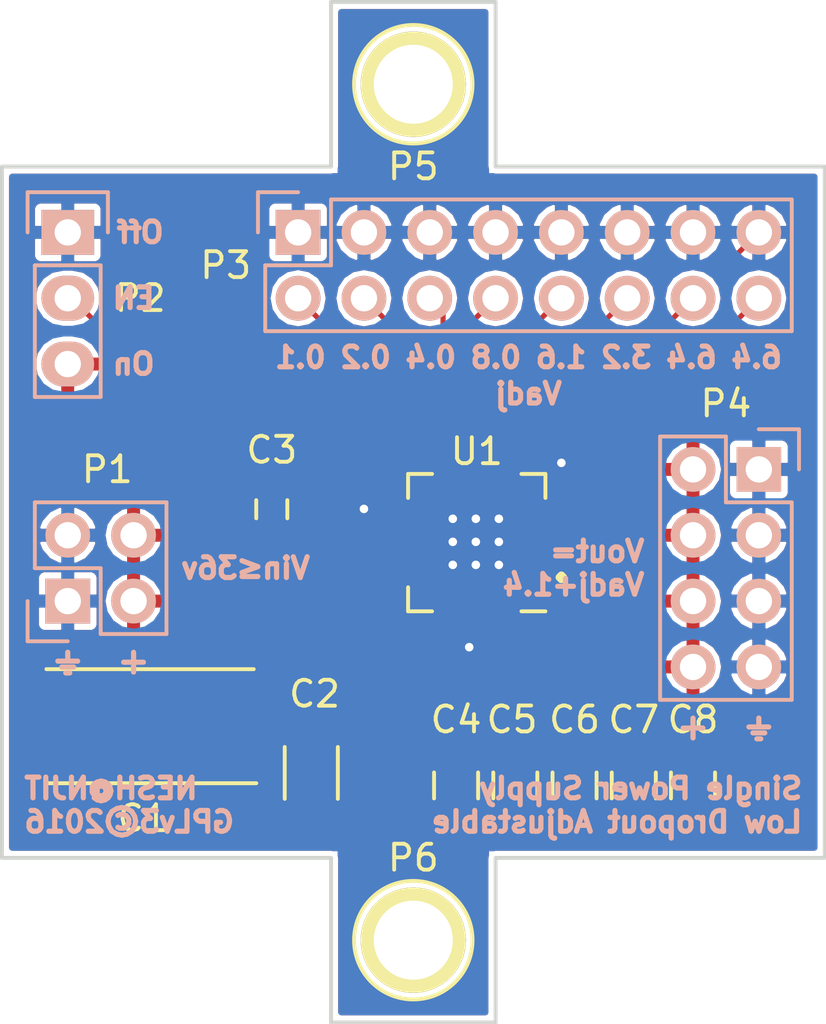
<source format=kicad_pcb>
(kicad_pcb (version 4) (host pcbnew 4.0.1-stable)

  (general
    (links 58)
    (no_connects 0)
    (area 72.361667 31.674999 109.248334 71.714)
    (thickness 1.6)
    (drawings 26)
    (tracks 66)
    (zones 0)
    (modules 15)
    (nets 16)
  )

  (page User 177.8 127)
  (title_block
    (title "Low Dropout Adjustable Single Power Supply")
    (date 2016-06-18)
    (company NESH@NJIT)
    (comment 1 GLPv3©2016)
  )

  (layers
    (0 F.Cu signal)
    (31 B.Cu signal hide)
    (32 B.Adhes user)
    (33 F.Adhes user)
    (34 B.Paste user)
    (35 F.Paste user)
    (36 B.SilkS user)
    (37 F.SilkS user)
    (38 B.Mask user)
    (39 F.Mask user)
    (40 Dwgs.User user)
    (41 Cmts.User user)
    (42 Eco1.User user)
    (43 Eco2.User user)
    (44 Edge.Cuts user)
    (45 Margin user)
    (46 B.CrtYd user)
    (47 F.CrtYd user)
    (48 B.Fab user)
    (49 F.Fab user)
  )

  (setup
    (last_trace_width 0.2)
    (trace_clearance 0.2)
    (zone_clearance 0.2)
    (zone_45_only yes)
    (trace_min 0.2)
    (segment_width 0.2)
    (edge_width 0.15)
    (via_size 0.69)
    (via_drill 0.33)
    (via_min_size 0.69)
    (via_min_drill 0.33)
    (uvia_size 0.508)
    (uvia_drill 0.127)
    (uvias_allowed no)
    (uvia_min_size 0.2)
    (uvia_min_drill 0.1)
    (pcb_text_width 0.3)
    (pcb_text_size 1.5 1.5)
    (mod_edge_width 0.15)
    (mod_text_size 1 1)
    (mod_text_width 0.15)
    (pad_size 1 1.25)
    (pad_drill 0)
    (pad_to_mask_clearance 0.2)
    (aux_axis_origin 0 0)
    (visible_elements 7FFFFF7F)
    (pcbplotparams
      (layerselection 0x010fc_80000001)
      (usegerberextensions true)
      (excludeedgelayer true)
      (linewidth 0.100000)
      (plotframeref false)
      (viasonmask false)
      (mode 1)
      (useauxorigin false)
      (hpglpennumber 1)
      (hpglpenspeed 20)
      (hpglpendiameter 15)
      (hpglpenoverlay 2)
      (psnegative false)
      (psa4output false)
      (plotreference true)
      (plotvalue false)
      (plotinvisibletext false)
      (padsonsilk false)
      (subtractmaskfromsilk false)
      (outputformat 1)
      (mirror false)
      (drillshape 0)
      (scaleselection 1)
      (outputdirectory gerber))
  )

  (net 0 "")
  (net 1 GND)
  (net 2 "Net-(C3-Pad1)")
  (net 3 "Net-(P2-Pad2)")
  (net 4 "Net-(P5-Pad1)")
  (net 5 "Net-(P6-Pad1)")
  (net 6 "Net-(P3-Pad2)")
  (net 7 "Net-(P3-Pad4)")
  (net 8 "Net-(P3-Pad6)")
  (net 9 "Net-(P3-Pad8)")
  (net 10 "Net-(P3-Pad10)")
  (net 11 "Net-(P3-Pad12)")
  (net 12 "Net-(P3-Pad14)")
  (net 13 "Net-(P3-Pad16)")
  (net 14 /Vin)
  (net 15 /Vout)

  (net_class Default "This is the default net class."
    (clearance 0.2)
    (trace_width 0.2)
    (via_dia 0.69)
    (via_drill 0.33)
    (uvia_dia 0.508)
    (uvia_drill 0.127)
    (add_net /Vin)
    (add_net /Vout)
    (add_net GND)
    (add_net "Net-(C3-Pad1)")
    (add_net "Net-(P2-Pad2)")
    (add_net "Net-(P3-Pad10)")
    (add_net "Net-(P3-Pad12)")
    (add_net "Net-(P3-Pad14)")
    (add_net "Net-(P3-Pad16)")
    (add_net "Net-(P3-Pad2)")
    (add_net "Net-(P3-Pad4)")
    (add_net "Net-(P3-Pad6)")
    (add_net "Net-(P3-Pad8)")
    (add_net "Net-(P5-Pad1)")
    (add_net "Net-(P6-Pad1)")
  )

  (module Pin_Headers:Pin_Header_Straight_2x08 (layer B.Cu) (tedit 5765465F) (tstamp 57653272)
    (at 86.36 40.64 270)
    (descr "Through hole pin header")
    (tags "pin header")
    (path /576301F0)
    (fp_text reference P3 (at 1.27 2.794 360) (layer F.SilkS)
      (effects (font (size 1 1) (thickness 0.15)))
    )
    (fp_text value CONN_02X08 (at 0 3.1 270) (layer B.Fab) hide
      (effects (font (size 1 1) (thickness 0.15)) (justify mirror))
    )
    (fp_line (start -1.75 1.75) (end -1.75 -19.55) (layer B.CrtYd) (width 0.05))
    (fp_line (start 4.3 1.75) (end 4.3 -19.55) (layer B.CrtYd) (width 0.05))
    (fp_line (start -1.75 1.75) (end 4.3 1.75) (layer B.CrtYd) (width 0.05))
    (fp_line (start -1.75 -19.55) (end 4.3 -19.55) (layer B.CrtYd) (width 0.05))
    (fp_line (start 3.81 -19.05) (end 3.81 1.27) (layer B.SilkS) (width 0.15))
    (fp_line (start -1.27 -1.27) (end -1.27 -19.05) (layer B.SilkS) (width 0.15))
    (fp_line (start 3.81 -19.05) (end -1.27 -19.05) (layer B.SilkS) (width 0.15))
    (fp_line (start 3.81 1.27) (end 1.27 1.27) (layer B.SilkS) (width 0.15))
    (fp_line (start 0 1.55) (end -1.55 1.55) (layer B.SilkS) (width 0.15))
    (fp_line (start 1.27 1.27) (end 1.27 -1.27) (layer B.SilkS) (width 0.15))
    (fp_line (start 1.27 -1.27) (end -1.27 -1.27) (layer B.SilkS) (width 0.15))
    (fp_line (start -1.55 1.55) (end -1.55 0) (layer B.SilkS) (width 0.15))
    (pad 1 thru_hole rect (at 0 0 270) (size 1.7272 1.7272) (drill 1.016) (layers *.Cu *.Mask B.SilkS)
      (net 1 GND))
    (pad 2 thru_hole oval (at 2.54 0 270) (size 1.7272 1.7272) (drill 1.016) (layers *.Cu *.Mask B.SilkS)
      (net 6 "Net-(P3-Pad2)"))
    (pad 3 thru_hole oval (at 0 -2.54 270) (size 1.7272 1.7272) (drill 1.016) (layers *.Cu *.Mask B.SilkS)
      (net 1 GND))
    (pad 4 thru_hole oval (at 2.54 -2.54 270) (size 1.7272 1.7272) (drill 1.016) (layers *.Cu *.Mask B.SilkS)
      (net 7 "Net-(P3-Pad4)"))
    (pad 5 thru_hole oval (at 0 -5.08 270) (size 1.7272 1.7272) (drill 1.016) (layers *.Cu *.Mask B.SilkS)
      (net 1 GND))
    (pad 6 thru_hole oval (at 2.54 -5.08 270) (size 1.7272 1.7272) (drill 1.016) (layers *.Cu *.Mask B.SilkS)
      (net 8 "Net-(P3-Pad6)"))
    (pad 7 thru_hole oval (at 0 -7.62 270) (size 1.7272 1.7272) (drill 1.016) (layers *.Cu *.Mask B.SilkS)
      (net 1 GND))
    (pad 8 thru_hole oval (at 2.54 -7.62 270) (size 1.7272 1.7272) (drill 1.016) (layers *.Cu *.Mask B.SilkS)
      (net 9 "Net-(P3-Pad8)"))
    (pad 9 thru_hole oval (at 0 -10.16 270) (size 1.7272 1.7272) (drill 1.016) (layers *.Cu *.Mask B.SilkS)
      (net 1 GND))
    (pad 10 thru_hole oval (at 2.54 -10.16 270) (size 1.7272 1.7272) (drill 1.016) (layers *.Cu *.Mask B.SilkS)
      (net 10 "Net-(P3-Pad10)"))
    (pad 11 thru_hole oval (at 0 -12.7 270) (size 1.7272 1.7272) (drill 1.016) (layers *.Cu *.Mask B.SilkS)
      (net 1 GND))
    (pad 12 thru_hole oval (at 2.54 -12.7 270) (size 1.7272 1.7272) (drill 1.016) (layers *.Cu *.Mask B.SilkS)
      (net 11 "Net-(P3-Pad12)"))
    (pad 13 thru_hole oval (at 0 -15.24 270) (size 1.7272 1.7272) (drill 1.016) (layers *.Cu *.Mask B.SilkS)
      (net 1 GND))
    (pad 14 thru_hole oval (at 2.54 -15.24 270) (size 1.7272 1.7272) (drill 1.016) (layers *.Cu *.Mask B.SilkS)
      (net 12 "Net-(P3-Pad14)"))
    (pad 15 thru_hole oval (at 0 -17.78 270) (size 1.7272 1.7272) (drill 1.016) (layers *.Cu *.Mask B.SilkS)
      (net 1 GND))
    (pad 16 thru_hole oval (at 2.54 -17.78 270) (size 1.7272 1.7272) (drill 1.016) (layers *.Cu *.Mask B.SilkS)
      (net 13 "Net-(P3-Pad16)"))
    (model Pin_Headers.3dshapes/Pin_Header_Straight_2x08.wrl
      (at (xyz 0.05 -0.35 0))
      (scale (xyz 1 1 1))
      (rotate (xyz 0 0 90))
    )
  )

  (module Housings_DFN_QFN:QFN-20-1EP_5x5mm_Pitch0.65mm (layer F.Cu) (tedit 57654665) (tstamp 576532A4)
    (at 93.254 52.608 180)
    (descr "20-Lead Plastic Quad Flat, No Lead Package (MQ) - 5x5x0.9 mm Body [QFN]; (see Microchip Packaging Specification 00000049BS.pdf)")
    (tags "QFN 0.65")
    (path /576300A7)
    (attr smd)
    (fp_text reference U1 (at 0 3.52 180) (layer F.SilkS)
      (effects (font (size 1 1) (thickness 0.15)))
    )
    (fp_text value TPS7A4700RGWR (at 0 3.525 180) (layer F.Fab) hide
      (effects (font (size 1 1) (thickness 0.15)))
    )
    (fp_line (start -2.8 -2.8) (end -2.8 2.8) (layer F.CrtYd) (width 0.05))
    (fp_line (start 2.8 -2.8) (end 2.8 2.8) (layer F.CrtYd) (width 0.05))
    (fp_line (start -2.8 -2.8) (end 2.8 -2.8) (layer F.CrtYd) (width 0.05))
    (fp_line (start -2.8 2.8) (end 2.8 2.8) (layer F.CrtYd) (width 0.05))
    (fp_line (start 2.65 -2.65) (end 2.65 -1.725) (layer F.SilkS) (width 0.15))
    (fp_line (start -2.65 2.65) (end -2.65 1.725) (layer F.SilkS) (width 0.15))
    (fp_line (start 2.65 2.65) (end 2.65 1.725) (layer F.SilkS) (width 0.15))
    (fp_line (start -2.65 -2.65) (end -1.725 -2.65) (layer F.SilkS) (width 0.15))
    (fp_line (start -2.65 2.65) (end -1.725 2.65) (layer F.SilkS) (width 0.15))
    (fp_line (start 2.65 2.65) (end 1.725 2.65) (layer F.SilkS) (width 0.15))
    (fp_line (start 2.65 -2.65) (end 1.725 -2.65) (layer F.SilkS) (width 0.15))
    (pad 1 smd rect (at -2.25 -1.3 180) (size 0.55 0.4) (layers F.Cu F.Paste F.Mask)
      (net 15 /Vout))
    (pad 2 smd rect (at -2.25 -0.65 180) (size 0.55 0.4) (layers F.Cu F.Paste F.Mask)
      (net 1 GND))
    (pad 3 smd rect (at -2.25 0 180) (size 0.55 0.4) (layers F.Cu F.Paste F.Mask)
      (net 15 /Vout))
    (pad 4 smd rect (at -2.25 0.65 180) (size 0.55 0.4) (layers F.Cu F.Paste F.Mask)
      (net 13 "Net-(P3-Pad16)"))
    (pad 5 smd rect (at -2.25 1.3 180) (size 0.55 0.4) (layers F.Cu F.Paste F.Mask)
      (net 12 "Net-(P3-Pad14)"))
    (pad 6 smd rect (at -1.3 2.25 270) (size 0.55 0.4) (layers F.Cu F.Paste F.Mask)
      (net 11 "Net-(P3-Pad12)"))
    (pad 7 smd rect (at -0.65 2.25 270) (size 0.55 0.4) (layers F.Cu F.Paste F.Mask)
      (net 1 GND))
    (pad 8 smd rect (at 0 2.25 270) (size 0.55 0.4) (layers F.Cu F.Paste F.Mask)
      (net 10 "Net-(P3-Pad10)"))
    (pad 9 smd rect (at 0.65 2.25 270) (size 0.55 0.4) (layers F.Cu F.Paste F.Mask)
      (net 9 "Net-(P3-Pad8)"))
    (pad 10 smd rect (at 1.3 2.25 270) (size 0.55 0.4) (layers F.Cu F.Paste F.Mask)
      (net 8 "Net-(P3-Pad6)"))
    (pad 11 smd rect (at 2.25 1.3 180) (size 0.55 0.4) (layers F.Cu F.Paste F.Mask)
      (net 7 "Net-(P3-Pad4)"))
    (pad 12 smd rect (at 2.25 0.65 180) (size 0.55 0.4) (layers F.Cu F.Paste F.Mask)
      (net 6 "Net-(P3-Pad2)"))
    (pad 13 smd rect (at 2.25 0 180) (size 0.55 0.4) (layers F.Cu F.Paste F.Mask)
      (net 3 "Net-(P2-Pad2)"))
    (pad 14 smd rect (at 2.25 -0.65 180) (size 0.55 0.4) (layers F.Cu F.Paste F.Mask)
      (net 2 "Net-(C3-Pad1)"))
    (pad 15 smd rect (at 2.25 -1.3 180) (size 0.55 0.4) (layers F.Cu F.Paste F.Mask)
      (net 14 /Vin))
    (pad 16 smd rect (at 1.3 -2.25 270) (size 0.55 0.4) (layers F.Cu F.Paste F.Mask)
      (net 14 /Vin))
    (pad 17 smd rect (at 0.65 -2.25 270) (size 0.55 0.4) (layers F.Cu F.Paste F.Mask)
      (net 1 GND))
    (pad 18 smd rect (at 0 -2.25 270) (size 0.55 0.4) (layers F.Cu F.Paste F.Mask)
      (net 1 GND))
    (pad 19 smd rect (at -0.65 -2.25 270) (size 0.55 0.4) (layers F.Cu F.Paste F.Mask)
      (net 1 GND))
    (pad 20 smd rect (at -1.3 -2.25 270) (size 0.55 0.4) (layers F.Cu F.Paste F.Mask)
      (net 15 /Vout))
    (pad 21 smd rect (at 0.8375 0.8375 180) (size 1.675 1.675) (layers F.Cu F.Paste F.Mask)
      (net 1 GND) (solder_paste_margin_ratio -0.2))
    (pad 21 smd rect (at 0.8375 -0.8375 180) (size 1.675 1.675) (layers F.Cu F.Paste F.Mask)
      (net 1 GND) (solder_paste_margin_ratio -0.2))
    (pad 21 smd rect (at -0.8375 0.8375 180) (size 1.675 1.675) (layers F.Cu F.Paste F.Mask)
      (net 1 GND) (solder_paste_margin_ratio -0.2))
    (pad 21 smd rect (at -0.8375 -0.8375 180) (size 1.675 1.675) (layers F.Cu F.Paste F.Mask)
      (net 1 GND) (solder_paste_margin_ratio -0.2))
    (model Housings_DFN_QFN.3dshapes/QFN-20-1EP_5x5mm_Pitch0.65mm.wrl
      (at (xyz 0 0 0))
      (scale (xyz 1 1 1))
      (rotate (xyz 0 0 0))
    )
  )

  (module Pin_Headers:Pin_Header_Straight_2x02 (layer B.Cu) (tedit 5765464B) (tstamp 57653257)
    (at 77.47 54.864)
    (descr "Through hole pin header")
    (tags "pin header")
    (path /5763962A)
    (fp_text reference P1 (at 1.524 -5.08) (layer F.SilkS)
      (effects (font (size 1 1) (thickness 0.15)))
    )
    (fp_text value CONN_02X02 (at 0 3.1) (layer B.Fab) hide
      (effects (font (size 1 1) (thickness 0.15)) (justify mirror))
    )
    (fp_line (start -1.75 1.75) (end -1.75 -4.3) (layer B.CrtYd) (width 0.05))
    (fp_line (start 4.3 1.75) (end 4.3 -4.3) (layer B.CrtYd) (width 0.05))
    (fp_line (start -1.75 1.75) (end 4.3 1.75) (layer B.CrtYd) (width 0.05))
    (fp_line (start -1.75 -4.3) (end 4.3 -4.3) (layer B.CrtYd) (width 0.05))
    (fp_line (start -1.55 0) (end -1.55 1.55) (layer B.SilkS) (width 0.15))
    (fp_line (start 0 1.55) (end -1.55 1.55) (layer B.SilkS) (width 0.15))
    (fp_line (start -1.27 -1.27) (end 1.27 -1.27) (layer B.SilkS) (width 0.15))
    (fp_line (start 1.27 -1.27) (end 1.27 1.27) (layer B.SilkS) (width 0.15))
    (fp_line (start 1.27 1.27) (end 3.81 1.27) (layer B.SilkS) (width 0.15))
    (fp_line (start 3.81 1.27) (end 3.81 -3.81) (layer B.SilkS) (width 0.15))
    (fp_line (start 3.81 -3.81) (end -1.27 -3.81) (layer B.SilkS) (width 0.15))
    (fp_line (start -1.27 -3.81) (end -1.27 -1.27) (layer B.SilkS) (width 0.15))
    (pad 1 thru_hole rect (at 0 0) (size 1.7272 1.7272) (drill 1.016) (layers *.Cu *.Mask B.SilkS)
      (net 1 GND))
    (pad 2 thru_hole oval (at 2.54 0) (size 1.7272 1.7272) (drill 1.016) (layers *.Cu *.Mask B.SilkS)
      (net 14 /Vin))
    (pad 3 thru_hole oval (at 0 -2.54) (size 1.7272 1.7272) (drill 1.016) (layers *.Cu *.Mask B.SilkS)
      (net 1 GND))
    (pad 4 thru_hole oval (at 2.54 -2.54) (size 1.7272 1.7272) (drill 1.016) (layers *.Cu *.Mask B.SilkS)
      (net 14 /Vin))
    (model Pin_Headers.3dshapes/Pin_Header_Straight_2x02.wrl
      (at (xyz 0.05 -0.05 0))
      (scale (xyz 1 1 1))
      (rotate (xyz 0 0 90))
    )
  )

  (module Capacitors_SMD:C_0603 (layer F.Cu) (tedit 57654663) (tstamp 57653231)
    (at 85.344 51.32 90)
    (descr "Capacitor SMD 0603, reflow soldering, AVX (see smccp.pdf)")
    (tags "capacitor 0603")
    (path /576307E2)
    (attr smd)
    (fp_text reference C3 (at 2.286 0 180) (layer F.SilkS)
      (effects (font (size 1 1) (thickness 0.15)))
    )
    (fp_text value UMK107BJ105KA-T (at 0 1.9 90) (layer F.Fab) hide
      (effects (font (size 1 1) (thickness 0.15)))
    )
    (fp_line (start -1.45 -0.75) (end 1.45 -0.75) (layer F.CrtYd) (width 0.05))
    (fp_line (start -1.45 0.75) (end 1.45 0.75) (layer F.CrtYd) (width 0.05))
    (fp_line (start -1.45 -0.75) (end -1.45 0.75) (layer F.CrtYd) (width 0.05))
    (fp_line (start 1.45 -0.75) (end 1.45 0.75) (layer F.CrtYd) (width 0.05))
    (fp_line (start -0.35 -0.6) (end 0.35 -0.6) (layer F.SilkS) (width 0.15))
    (fp_line (start 0.35 0.6) (end -0.35 0.6) (layer F.SilkS) (width 0.15))
    (pad 1 smd rect (at -0.75 0 90) (size 0.8 0.75) (layers F.Cu F.Paste F.Mask)
      (net 2 "Net-(C3-Pad1)"))
    (pad 2 smd rect (at 0.75 0 90) (size 0.8 0.75) (layers F.Cu F.Paste F.Mask)
      (net 1 GND))
    (model Capacitors_SMD.3dshapes/C_0603.wrl
      (at (xyz 0 0 0))
      (scale (xyz 1 1 1))
      (rotate (xyz 0 0 0))
    )
  )

  (module Capacitors_Tantalum_SMD:TantalC_SizeD_EIA-7343_Reflow (layer F.Cu) (tedit 5765466E) (tstamp 57653225)
    (at 80.446 59.69 180)
    (descr "Tantal Cap. , Size D, EIA-7343, Reflow")
    (tags "Tantal Capacitor Size-D EIA-7343 Reflow")
    (path /57630F37)
    (attr smd)
    (fp_text reference C1 (at 0.072 -3.556 360) (layer F.SilkS)
      (effects (font (size 1 1) (thickness 0.15)))
    )
    (fp_text value T495X476K035ATE300 (at -1.27 -3.81 180) (layer F.Fab) hide
      (effects (font (size 1 1) (thickness 0.15)))
    )
    (fp_line (start 4.6 -2.6) (end -4.6 -2.6) (layer F.CrtYd) (width 0.05))
    (fp_line (start -4.6 -2.6) (end -4.6 2.6) (layer F.CrtYd) (width 0.05))
    (fp_line (start -4.6 2.6) (end 4.6 2.6) (layer F.CrtYd) (width 0.05))
    (fp_line (start 4.6 2.6) (end 4.6 -2.6) (layer F.CrtYd) (width 0.05))
    (fp_line (start -4.2 2.2) (end 3.8 2.2) (layer F.SilkS) (width 0.15))
    (fp_line (start 3.8 -2.2) (end -4.3 -2.2) (layer F.SilkS) (width 0.15))
    (pad 2 smd rect (at 3.12 0 180) (size 2.37 2.43) (layers F.Cu F.Paste F.Mask)
      (net 1 GND))
    (pad 1 smd rect (at -3.12 0 180) (size 2.37 2.43) (layers F.Cu F.Paste F.Mask)
      (net 14 /Vin))
    (model Capacitors_Tantalum_SMD.3dshapes/TantalC_SizeD_EIA-7343_Reflow.wrl
      (at (xyz 0 0 0))
      (scale (xyz 1 1 1))
      (rotate (xyz 0 0 180))
    )
  )

  (module Capacitors_SMD:C_1206 (layer F.Cu) (tedit 576542A6) (tstamp 5765322B)
    (at 86.868 61.492 270)
    (descr "Capacitor SMD 1206, reflow soldering, AVX (see smccp.pdf)")
    (tags "capacitor 1206")
    (path /57630D50)
    (attr smd)
    (fp_text reference C2 (at -3.048 -0.127 360) (layer F.SilkS)
      (effects (font (size 1 1) (thickness 0.15)))
    )
    (fp_text value UMK316BBJ106KL-T (at -5.08 0 270) (layer F.Fab) hide
      (effects (font (size 1 1) (thickness 0.15)))
    )
    (fp_line (start -2.3 -1.15) (end 2.3 -1.15) (layer F.CrtYd) (width 0.05))
    (fp_line (start -2.3 1.15) (end 2.3 1.15) (layer F.CrtYd) (width 0.05))
    (fp_line (start -2.3 -1.15) (end -2.3 1.15) (layer F.CrtYd) (width 0.05))
    (fp_line (start 2.3 -1.15) (end 2.3 1.15) (layer F.CrtYd) (width 0.05))
    (fp_line (start 1 -1.025) (end -1 -1.025) (layer F.SilkS) (width 0.15))
    (fp_line (start -1 1.025) (end 1 1.025) (layer F.SilkS) (width 0.15))
    (pad 1 smd rect (at -1.5 0 270) (size 1 1.6) (layers F.Cu F.Paste F.Mask)
      (net 14 /Vin))
    (pad 2 smd rect (at 1.5 0 270) (size 1 1.6) (layers F.Cu F.Paste F.Mask)
      (net 1 GND))
    (model Capacitors_SMD.3dshapes/C_1206.wrl
      (at (xyz 0 0 0))
      (scale (xyz 1 1 1))
      (rotate (xyz 0 0 0))
    )
  )

  (module Pin_Headers:Pin_Header_Straight_2x04 (layer B.Cu) (tedit 57694E08) (tstamp 5765327E)
    (at 104.14 49.784 180)
    (descr "Through hole pin header")
    (tags "pin header")
    (path /5763A441)
    (fp_text reference P4 (at 1.27 2.54 180) (layer F.SilkS)
      (effects (font (size 1 1) (thickness 0.15)))
    )
    (fp_text value CONN_02X04 (at 0 3.1 180) (layer B.Fab) hide
      (effects (font (size 1 1) (thickness 0.15)) (justify mirror))
    )
    (fp_line (start -1.75 1.75) (end -1.75 -9.4) (layer B.CrtYd) (width 0.05))
    (fp_line (start 4.3 1.75) (end 4.3 -9.4) (layer B.CrtYd) (width 0.05))
    (fp_line (start -1.75 1.75) (end 4.3 1.75) (layer B.CrtYd) (width 0.05))
    (fp_line (start -1.75 -9.4) (end 4.3 -9.4) (layer B.CrtYd) (width 0.05))
    (fp_line (start -1.27 -1.27) (end -1.27 -8.89) (layer B.SilkS) (width 0.15))
    (fp_line (start -1.27 -8.89) (end 3.81 -8.89) (layer B.SilkS) (width 0.15))
    (fp_line (start 3.81 -8.89) (end 3.81 1.27) (layer B.SilkS) (width 0.15))
    (fp_line (start 3.81 1.27) (end 1.27 1.27) (layer B.SilkS) (width 0.15))
    (fp_line (start 0 1.55) (end -1.55 1.55) (layer B.SilkS) (width 0.15))
    (fp_line (start 1.27 1.27) (end 1.27 -1.27) (layer B.SilkS) (width 0.15))
    (fp_line (start 1.27 -1.27) (end -1.27 -1.27) (layer B.SilkS) (width 0.15))
    (fp_line (start -1.55 1.55) (end -1.55 0) (layer B.SilkS) (width 0.15))
    (pad 1 thru_hole rect (at 0 0 180) (size 1.7272 1.7272) (drill 1.016) (layers *.Cu *.Mask B.SilkS)
      (net 1 GND))
    (pad 2 thru_hole oval (at 2.54 0 180) (size 1.7272 1.7272) (drill 1.016) (layers *.Cu *.Mask B.SilkS)
      (net 15 /Vout))
    (pad 3 thru_hole oval (at 0 -2.54 180) (size 1.7272 1.7272) (drill 1.016) (layers *.Cu *.Mask B.SilkS)
      (net 1 GND))
    (pad 4 thru_hole oval (at 2.54 -2.54 180) (size 1.7272 1.7272) (drill 1.016) (layers *.Cu *.Mask B.SilkS)
      (net 15 /Vout))
    (pad 5 thru_hole oval (at 0 -5.08 180) (size 1.7272 1.7272) (drill 1.016) (layers *.Cu *.Mask B.SilkS)
      (net 1 GND))
    (pad 6 thru_hole oval (at 2.54 -5.08 180) (size 1.7272 1.7272) (drill 1.016) (layers *.Cu *.Mask B.SilkS)
      (net 15 /Vout))
    (pad 7 thru_hole oval (at 0 -7.62 180) (size 1.7272 1.7272) (drill 1.016) (layers *.Cu *.Mask B.SilkS)
      (net 1 GND))
    (pad 8 thru_hole oval (at 2.54 -7.62 180) (size 1.7272 1.7272) (drill 1.016) (layers *.Cu *.Mask B.SilkS)
      (net 15 /Vout))
    (model Pin_Headers.3dshapes/Pin_Header_Straight_2x04.wrl
      (at (xyz 0.05 -0.15 0))
      (scale (xyz 1 1 1))
      (rotate (xyz 0 0 90))
    )
  )

  (module Capacitors_SMD:C_0805 (layer F.Cu) (tedit 57654209) (tstamp 57653237)
    (at 92.456 61.976 270)
    (descr "Capacitor SMD 0805, reflow soldering, AVX (see smccp.pdf)")
    (tags "capacitor 0805")
    (path /57630B9D)
    (attr smd)
    (fp_text reference C4 (at -2.54 0 360) (layer F.SilkS)
      (effects (font (size 1 1) (thickness 0.15)))
    )
    (fp_text value GRM21BR6YA106KE43L (at -3.81 0 270) (layer F.Fab) hide
      (effects (font (size 1 1) (thickness 0.15)))
    )
    (fp_line (start -1.8 -1) (end 1.8 -1) (layer F.CrtYd) (width 0.05))
    (fp_line (start -1.8 1) (end 1.8 1) (layer F.CrtYd) (width 0.05))
    (fp_line (start -1.8 -1) (end -1.8 1) (layer F.CrtYd) (width 0.05))
    (fp_line (start 1.8 -1) (end 1.8 1) (layer F.CrtYd) (width 0.05))
    (fp_line (start 0.5 -0.85) (end -0.5 -0.85) (layer F.SilkS) (width 0.15))
    (fp_line (start -0.5 0.85) (end 0.5 0.85) (layer F.SilkS) (width 0.15))
    (pad 1 smd rect (at -1 0 270) (size 1 1.25) (layers F.Cu F.Paste F.Mask)
      (net 15 /Vout))
    (pad 2 smd rect (at 1 0 270) (size 1 1.25) (layers F.Cu F.Paste F.Mask)
      (net 1 GND))
    (model Capacitors_SMD.3dshapes/C_0805.wrl
      (at (xyz 0 0 0))
      (scale (xyz 1 1 1))
      (rotate (xyz 0 0 0))
    )
  )

  (module Capacitors_SMD:C_0805 (layer F.Cu) (tedit 5765420C) (tstamp 5765323D)
    (at 94.742 61.976 270)
    (descr "Capacitor SMD 0805, reflow soldering, AVX (see smccp.pdf)")
    (tags "capacitor 0805")
    (path /5764BABD)
    (attr smd)
    (fp_text reference C5 (at -2.54 0.127 360) (layer F.SilkS)
      (effects (font (size 1 1) (thickness 0.15)))
    )
    (fp_text value GRM21BR6YA106KE43L (at -3.81 0 270) (layer F.Fab) hide
      (effects (font (size 1 1) (thickness 0.15)))
    )
    (fp_line (start -1.8 -1) (end 1.8 -1) (layer F.CrtYd) (width 0.05))
    (fp_line (start -1.8 1) (end 1.8 1) (layer F.CrtYd) (width 0.05))
    (fp_line (start -1.8 -1) (end -1.8 1) (layer F.CrtYd) (width 0.05))
    (fp_line (start 1.8 -1) (end 1.8 1) (layer F.CrtYd) (width 0.05))
    (fp_line (start 0.5 -0.85) (end -0.5 -0.85) (layer F.SilkS) (width 0.15))
    (fp_line (start -0.5 0.85) (end 0.5 0.85) (layer F.SilkS) (width 0.15))
    (pad 1 smd rect (at -1 0 270) (size 1 1.25) (layers F.Cu F.Paste F.Mask)
      (net 15 /Vout))
    (pad 2 smd rect (at 1 0 270) (size 1 1.25) (layers F.Cu F.Paste F.Mask)
      (net 1 GND))
    (model Capacitors_SMD.3dshapes/C_0805.wrl
      (at (xyz 0 0 0))
      (scale (xyz 1 1 1))
      (rotate (xyz 0 0 0))
    )
  )

  (module Capacitors_SMD:C_0805 (layer F.Cu) (tedit 5765420F) (tstamp 57653243)
    (at 97.028 61.976 270)
    (descr "Capacitor SMD 0805, reflow soldering, AVX (see smccp.pdf)")
    (tags "capacitor 0805")
    (path /5764BB0C)
    (attr smd)
    (fp_text reference C6 (at -2.54 0 360) (layer F.SilkS)
      (effects (font (size 1 1) (thickness 0.15)))
    )
    (fp_text value GRM21BR6YA106KE43L (at -3.81 0 270) (layer F.Fab) hide
      (effects (font (size 1 1) (thickness 0.15)))
    )
    (fp_line (start -1.8 -1) (end 1.8 -1) (layer F.CrtYd) (width 0.05))
    (fp_line (start -1.8 1) (end 1.8 1) (layer F.CrtYd) (width 0.05))
    (fp_line (start -1.8 -1) (end -1.8 1) (layer F.CrtYd) (width 0.05))
    (fp_line (start 1.8 -1) (end 1.8 1) (layer F.CrtYd) (width 0.05))
    (fp_line (start 0.5 -0.85) (end -0.5 -0.85) (layer F.SilkS) (width 0.15))
    (fp_line (start -0.5 0.85) (end 0.5 0.85) (layer F.SilkS) (width 0.15))
    (pad 1 smd rect (at -1 0 270) (size 1 1.25) (layers F.Cu F.Paste F.Mask)
      (net 15 /Vout))
    (pad 2 smd rect (at 1 0 270) (size 1 1.25) (layers F.Cu F.Paste F.Mask)
      (net 1 GND))
    (model Capacitors_SMD.3dshapes/C_0805.wrl
      (at (xyz 0 0 0))
      (scale (xyz 1 1 1))
      (rotate (xyz 0 0 0))
    )
  )

  (module Capacitors_SMD:C_0805 (layer F.Cu) (tedit 57654213) (tstamp 57653249)
    (at 99.314 61.976 270)
    (descr "Capacitor SMD 0805, reflow soldering, AVX (see smccp.pdf)")
    (tags "capacitor 0805")
    (path /5764BB6A)
    (attr smd)
    (fp_text reference C7 (at -2.54 0 360) (layer F.SilkS)
      (effects (font (size 1 1) (thickness 0.15)))
    )
    (fp_text value GRM21BR6YA106KE43L (at -3.81 0 270) (layer F.Fab) hide
      (effects (font (size 1 1) (thickness 0.15)))
    )
    (fp_line (start -1.8 -1) (end 1.8 -1) (layer F.CrtYd) (width 0.05))
    (fp_line (start -1.8 1) (end 1.8 1) (layer F.CrtYd) (width 0.05))
    (fp_line (start -1.8 -1) (end -1.8 1) (layer F.CrtYd) (width 0.05))
    (fp_line (start 1.8 -1) (end 1.8 1) (layer F.CrtYd) (width 0.05))
    (fp_line (start 0.5 -0.85) (end -0.5 -0.85) (layer F.SilkS) (width 0.15))
    (fp_line (start -0.5 0.85) (end 0.5 0.85) (layer F.SilkS) (width 0.15))
    (pad 1 smd rect (at -1 0 270) (size 1 1.25) (layers F.Cu F.Paste F.Mask)
      (net 15 /Vout))
    (pad 2 smd rect (at 1 0 270) (size 1 1.25) (layers F.Cu F.Paste F.Mask)
      (net 1 GND))
    (model Capacitors_SMD.3dshapes/C_0805.wrl
      (at (xyz 0 0 0))
      (scale (xyz 1 1 1))
      (rotate (xyz 0 0 0))
    )
  )

  (module Capacitors_SMD:C_0805 (layer F.Cu) (tedit 57658F75) (tstamp 5765324F)
    (at 101.6 61.976 270)
    (descr "Capacitor SMD 0805, reflow soldering, AVX (see smccp.pdf)")
    (tags "capacitor 0805")
    (path /5764BBA1)
    (attr smd)
    (fp_text reference C8 (at -2.54 0 360) (layer F.SilkS)
      (effects (font (size 1 1) (thickness 0.15)))
    )
    (fp_text value GRM21BR6YA106KE43L (at -3.81 0 270) (layer F.Fab) hide
      (effects (font (size 1 1) (thickness 0.15)))
    )
    (fp_line (start -1.8 -1) (end 1.8 -1) (layer F.CrtYd) (width 0.05))
    (fp_line (start -1.8 1) (end 1.8 1) (layer F.CrtYd) (width 0.05))
    (fp_line (start -1.8 -1) (end -1.8 1) (layer F.CrtYd) (width 0.05))
    (fp_line (start 1.8 -1) (end 1.8 1) (layer F.CrtYd) (width 0.05))
    (fp_line (start 0.5 -0.85) (end -0.5 -0.85) (layer F.SilkS) (width 0.15))
    (fp_line (start -0.5 0.85) (end 0.5 0.85) (layer F.SilkS) (width 0.15))
    (pad 1 smd rect (at -1 0 270) (size 1 1.25) (layers F.Cu F.Paste F.Mask)
      (net 15 /Vout))
    (pad 2 smd rect (at 1 0 270) (size 1 1.25) (layers F.Cu F.Paste F.Mask)
      (net 1 GND))
    (model Capacitors_SMD.3dshapes/C_0805.wrl
      (at (xyz 0 0 0))
      (scale (xyz 1 1 1))
      (rotate (xyz 0 0 0))
    )
  )

  (module Pin_Headers:Pin_Header_Straight_1x03 (layer B.Cu) (tedit 5765404F) (tstamp 5765325E)
    (at 77.47 40.64 180)
    (descr "Through hole pin header")
    (tags "pin header")
    (path /576303FB)
    (fp_text reference P2 (at -2.794 -2.54 180) (layer F.SilkS)
      (effects (font (size 1 1) (thickness 0.15)))
    )
    (fp_text value CONN_01X03 (at 0 3.1 180) (layer B.Fab) hide
      (effects (font (size 1 1) (thickness 0.15)) (justify mirror))
    )
    (fp_line (start -1.75 1.75) (end -1.75 -6.85) (layer B.CrtYd) (width 0.05))
    (fp_line (start 1.75 1.75) (end 1.75 -6.85) (layer B.CrtYd) (width 0.05))
    (fp_line (start -1.75 1.75) (end 1.75 1.75) (layer B.CrtYd) (width 0.05))
    (fp_line (start -1.75 -6.85) (end 1.75 -6.85) (layer B.CrtYd) (width 0.05))
    (fp_line (start -1.27 -1.27) (end -1.27 -6.35) (layer B.SilkS) (width 0.15))
    (fp_line (start -1.27 -6.35) (end 1.27 -6.35) (layer B.SilkS) (width 0.15))
    (fp_line (start 1.27 -6.35) (end 1.27 -1.27) (layer B.SilkS) (width 0.15))
    (fp_line (start 1.55 1.55) (end 1.55 0) (layer B.SilkS) (width 0.15))
    (fp_line (start 1.27 -1.27) (end -1.27 -1.27) (layer B.SilkS) (width 0.15))
    (fp_line (start -1.55 0) (end -1.55 1.55) (layer B.SilkS) (width 0.15))
    (fp_line (start -1.55 1.55) (end 1.55 1.55) (layer B.SilkS) (width 0.15))
    (pad 1 thru_hole rect (at 0 0 180) (size 2.032 1.7272) (drill 1.016) (layers *.Cu *.Mask B.SilkS)
      (net 1 GND))
    (pad 2 thru_hole oval (at 0 -2.54 180) (size 2.032 1.7272) (drill 1.016) (layers *.Cu *.Mask B.SilkS)
      (net 3 "Net-(P2-Pad2)"))
    (pad 3 thru_hole oval (at 0 -5.08 180) (size 2.032 1.7272) (drill 1.016) (layers *.Cu *.Mask B.SilkS)
      (net 14 /Vin))
    (model Pin_Headers.3dshapes/Pin_Header_Straight_1x03.wrl
      (at (xyz 0 -0.1 0))
      (scale (xyz 1 1 1))
      (rotate (xyz 0 0 90))
    )
  )

  (module Connect:1pin (layer F.Cu) (tedit 57653C49) (tstamp 57653283)
    (at 90.805 34.925)
    (descr "module 1 pin (ou trou mecanique de percage)")
    (tags DEV)
    (path /5764C21C)
    (fp_text reference P5 (at 0 3.175) (layer F.SilkS)
      (effects (font (size 1 1) (thickness 0.15)))
    )
    (fp_text value CONN_01X01 (at 0 2.794) (layer F.Fab) hide
      (effects (font (size 1 1) (thickness 0.15)))
    )
    (fp_circle (center 0 0) (end 0 -2.286) (layer F.SilkS) (width 0.15))
    (pad 1 thru_hole circle (at 0 0) (size 4.064 4.064) (drill 3.048) (layers *.Cu *.Mask F.SilkS)
      (net 4 "Net-(P5-Pad1)"))
  )

  (module Connect:1pin (layer F.Cu) (tedit 57654201) (tstamp 57653288)
    (at 90.805 67.945)
    (descr "module 1 pin (ou trou mecanique de percage)")
    (tags DEV)
    (path /5764C6A6)
    (fp_text reference P6 (at 0 -3.175) (layer F.SilkS)
      (effects (font (size 1 1) (thickness 0.15)))
    )
    (fp_text value CONN_01X01 (at 0 2.794) (layer F.Fab) hide
      (effects (font (size 1 1) (thickness 0.15)))
    )
    (fp_circle (center 0 0) (end 0 -2.286) (layer F.SilkS) (width 0.15))
    (pad 1 thru_hole circle (at 0 0) (size 4.064 4.064) (drill 3.048) (layers *.Cu *.Mask F.SilkS)
      (net 5 "Net-(P6-Pad1)"))
  )

  (gr_text . (at 96.52 53.34) (layer F.SilkS)
    (effects (font (size 1.5 1.5) (thickness 0.3)))
  )
  (gr_text "Single Power Supply\nLow Dropout Adjustable" (at 105.918 62.738) (layer B.SilkS) (tstamp 576595CA)
    (effects (font (size 0.8 0.8) (thickness 0.2)) (justify left mirror))
  )
  (gr_text EN (at 80.01 43.18) (layer B.SilkS) (tstamp 57694C3D)
    (effects (font (size 0.8 0.8) (thickness 0.2)) (justify mirror))
  )
  (gr_text "NESH@NJIT\nGPLv3©2016" (at 75.692 62.738) (layer B.SilkS) (tstamp 57694966)
    (effects (font (size 0.8 0.8) (thickness 0.2)) (justify right mirror))
  )
  (gr_text Vadj (at 95.25 46.863) (layer B.SilkS) (tstamp 57694687)
    (effects (font (size 0.8 0.8) (thickness 0.2)) (justify mirror))
  )
  (gr_text On (at 80.01 45.72) (layer B.SilkS) (tstamp 576594F2)
    (effects (font (size 0.8 0.8) (thickness 0.2)) (justify mirror))
  )
  (gr_text Off (at 80.264 40.64) (layer B.SilkS) (tstamp 576594CF)
    (effects (font (size 0.8 0.8) (thickness 0.2)) (justify mirror))
  )
  (gr_text ⏚ (at 77.47 57.277) (layer B.SilkS) (tstamp 576593EE)
    (effects (font (size 0.8 0.8) (thickness 0.2)) (justify mirror))
  )
  (gr_text + (at 80.01 57.15) (layer B.SilkS) (tstamp 576593ED)
    (effects (font (size 1 1) (thickness 0.2)) (justify mirror))
  )
  (gr_text Vin≤36v (at 84.328 53.594) (layer B.SilkS) (tstamp 576593D7)
    (effects (font (size 0.8 0.8) (thickness 0.2)) (justify mirror))
  )
  (gr_text ⏚ (at 104.14 59.817) (layer B.SilkS)
    (effects (font (size 0.8 0.8) (thickness 0.2)) (justify mirror))
  )
  (gr_text + (at 101.6 59.69) (layer B.SilkS)
    (effects (font (size 1 1) (thickness 0.2)) (justify mirror))
  )
  (gr_text "Vout=\nVadj+1.4" (at 99.822 53.594) (layer B.SilkS)
    (effects (font (size 0.8 0.8) (thickness 0.2)) (justify left mirror))
  )
  (gr_text "6.4 6.4 3.2 1.6 0.8 0.4 0.2 0.1" (at 95.25 45.466) (layer B.SilkS)
    (effects (font (size 0.8 0.8) (thickness 0.2)) (justify mirror))
  )
  (gr_line (start 106.68 64.77) (end 106.68 38.1) (layer Edge.Cuts) (width 0.15))
  (gr_line (start 93.98 64.77) (end 106.68 64.77) (layer Edge.Cuts) (width 0.15))
  (gr_line (start 93.98 71.12) (end 93.98 64.77) (layer Edge.Cuts) (width 0.15))
  (gr_line (start 87.63 71.12) (end 93.98 71.12) (layer Edge.Cuts) (width 0.15))
  (gr_line (start 87.63 64.77) (end 87.63 71.12) (layer Edge.Cuts) (width 0.15))
  (gr_line (start 74.93 64.77) (end 87.63 64.77) (layer Edge.Cuts) (width 0.15))
  (gr_line (start 74.93 38.1) (end 74.93 64.77) (layer Edge.Cuts) (width 0.15))
  (gr_line (start 87.63 38.1) (end 74.93 38.1) (layer Edge.Cuts) (width 0.15))
  (gr_line (start 87.63 31.75) (end 87.63 38.1) (layer Edge.Cuts) (width 0.15))
  (gr_line (start 93.98 31.75) (end 87.63 31.75) (layer Edge.Cuts) (width 0.15))
  (gr_line (start 93.98 38.1) (end 93.98 31.75) (layer Edge.Cuts) (width 0.15))
  (gr_line (start 106.68 38.1) (end 93.98 38.1) (layer Edge.Cuts) (width 0.15))

  (segment (start 93.254 54.858) (end 93.254 56.352) (width 0.2) (layer F.Cu) (net 1))
  (segment (start 93.254 56.352) (end 92.964 56.642) (width 0.2) (layer F.Cu) (net 1))
  (via (at 92.964 56.642) (size 0.69) (drill 0.33) (layers F.Cu B.Cu) (net 1))
  (segment (start 104.14 40.64) (end 102.763601 42.016399) (width 0.2) (layer F.Cu) (net 1))
  (segment (start 102.763601 42.016399) (end 102.763601 43.738529) (width 0.2) (layer F.Cu) (net 1))
  (segment (start 102.763601 43.738529) (end 96.97213 49.53) (width 0.2) (layer F.Cu) (net 1))
  (segment (start 96.97213 49.53) (end 96.52 49.53) (width 0.2) (layer F.Cu) (net 1))
  (via (at 96.52 49.53) (size 0.69) (drill 0.33) (layers F.Cu B.Cu) (net 1))
  (segment (start 85.344 50.57) (end 88.162 50.57) (width 0.2) (layer F.Cu) (net 1))
  (segment (start 88.162 50.57) (end 88.9 51.308) (width 0.2) (layer F.Cu) (net 1))
  (via (at 88.9 51.308) (size 0.69) (drill 0.33) (layers F.Cu B.Cu) (net 1))
  (via (at 94.107 51.689) (size 0.69) (drill 0.33) (layers F.Cu B.Cu) (net 1) (tstamp 576ABF82))
  (via (at 94.107 52.578) (size 0.69) (drill 0.33) (layers F.Cu B.Cu) (net 1) (tstamp 576ABF81))
  (via (at 94.107 53.467) (size 0.69) (drill 0.33) (layers F.Cu B.Cu) (net 1) (tstamp 576ABF7E))
  (via (at 93.218 53.467) (size 0.69) (drill 0.33) (layers F.Cu B.Cu) (net 1) (tstamp 576ABF7D))
  (via (at 92.329 53.467) (size 0.69) (drill 0.33) (layers F.Cu B.Cu) (net 1) (tstamp 576ABF7B))
  (via (at 92.329 52.578) (size 0.69) (drill 0.33) (layers F.Cu B.Cu) (net 1) (tstamp 576ABF79))
  (via (at 92.329 51.689) (size 0.69) (drill 0.33) (layers F.Cu B.Cu) (net 1) (tstamp 576ABF76))
  (via (at 93.218 51.689) (size 0.69) (drill 0.33) (layers F.Cu B.Cu) (net 1) (tstamp 576ABF6F))
  (via (at 93.218 52.578) (size 0.69) (drill 0.33) (layers F.Cu B.Cu) (net 1) (tstamp 576ABF4D))
  (segment (start 93.904 50.358) (end 93.904 51.583) (width 0.2) (layer F.Cu) (net 1))
  (segment (start 92.604 54.858) (end 92.604 53.633) (width 0.2) (layer F.Cu) (net 1))
  (segment (start 92.604 53.633) (end 92.4165 53.4455) (width 0.2) (layer F.Cu) (net 1))
  (segment (start 93.254 54.858) (end 93.254 54.283) (width 0.2) (layer F.Cu) (net 1))
  (segment (start 93.254 54.283) (end 92.4165 53.4455) (width 0.2) (layer F.Cu) (net 1))
  (segment (start 93.904 54.858) (end 93.904 53.633) (width 0.2) (layer F.Cu) (net 1))
  (segment (start 93.904 53.633) (end 94.0915 53.4455) (width 0.2) (layer F.Cu) (net 1))
  (segment (start 95.504 53.258) (end 94.279 53.258) (width 0.2) (layer F.Cu) (net 1))
  (segment (start 94.279 53.258) (end 94.0915 53.4455) (width 0.2) (layer F.Cu) (net 1))
  (segment (start 93.904 51.583) (end 94.0915 51.7705) (width 0.2) (layer F.Cu) (net 1))
  (segment (start 95.10399 50.75801) (end 95.10399 49.911) (width 0.2) (layer F.Cu) (net 1))
  (segment (start 94.0915 51.7705) (end 95.10399 50.75801) (width 0.2) (layer F.Cu) (net 1))
  (segment (start 91.44 50.8) (end 91.44 50.038) (width 0.2) (layer F.Cu) (net 1))
  (segment (start 92.4105 51.7705) (end 91.44 50.8) (width 0.2) (layer F.Cu) (net 1))
  (segment (start 92.4165 51.7705) (end 92.4105 51.7705) (width 0.2) (layer F.Cu) (net 1))
  (segment (start 85.344 52.07) (end 85.919 52.07) (width 0.2) (layer F.Cu) (net 2))
  (segment (start 85.919 52.07) (end 87.107 53.258) (width 0.2) (layer F.Cu) (net 2))
  (segment (start 87.107 53.258) (end 90.529 53.258) (width 0.2) (layer F.Cu) (net 2))
  (segment (start 90.529 53.258) (end 91.004 53.258) (width 0.2) (layer F.Cu) (net 2))
  (segment (start 86.106 51.308) (end 87.406 52.608) (width 0.2) (layer F.Cu) (net 3))
  (segment (start 87.406 52.608) (end 91.004 52.608) (width 0.2) (layer F.Cu) (net 3))
  (segment (start 84.582 51.308) (end 86.106 51.308) (width 0.2) (layer F.Cu) (net 3))
  (segment (start 84.328 51.054) (end 84.582 51.308) (width 0.2) (layer F.Cu) (net 3))
  (segment (start 84.328 49.8856) (end 84.328 51.054) (width 0.2) (layer F.Cu) (net 3))
  (segment (start 77.47 43.18) (end 77.6224 43.18) (width 0.2) (layer F.Cu) (net 3))
  (segment (start 77.6224 43.18) (end 84.328 49.8856) (width 0.2) (layer F.Cu) (net 3))
  (segment (start 86.36 43.18) (end 90.17 46.99) (width 0.2) (layer F.Cu) (net 6))
  (segment (start 90.17 46.99) (end 90.17 51.599) (width 0.2) (layer F.Cu) (net 6))
  (segment (start 90.17 51.599) (end 90.529 51.958) (width 0.2) (layer F.Cu) (net 6))
  (segment (start 90.529 51.958) (end 91.004 51.958) (width 0.2) (layer F.Cu) (net 6))
  (segment (start 91.004 51.308) (end 91.004 45.284) (width 0.2) (layer F.Cu) (net 7))
  (segment (start 91.004 45.284) (end 88.9 43.18) (width 0.2) (layer F.Cu) (net 7))
  (segment (start 91.954 50.358) (end 91.954 43.694) (width 0.2) (layer F.Cu) (net 8))
  (segment (start 91.954 43.694) (end 91.44 43.18) (width 0.2) (layer F.Cu) (net 8))
  (segment (start 92.604 44.556) (end 93.98 43.18) (width 0.2) (layer F.Cu) (net 9))
  (segment (start 92.604 50.358) (end 92.604 44.556) (width 0.2) (layer F.Cu) (net 9))
  (segment (start 93.254 46.446) (end 96.52 43.18) (width 0.2) (layer F.Cu) (net 10))
  (segment (start 93.254 50.358) (end 93.254 46.446) (width 0.2) (layer F.Cu) (net 10))
  (segment (start 94.554 47.686) (end 99.06 43.18) (width 0.2) (layer F.Cu) (net 11))
  (segment (start 94.554 50.358) (end 94.554 47.686) (width 0.2) (layer F.Cu) (net 11))
  (segment (start 101.6 43.18) (end 95.504 49.276) (width 0.2) (layer F.Cu) (net 12))
  (segment (start 95.504 49.276) (end 95.504 51.308) (width 0.2) (layer F.Cu) (net 12))
  (segment (start 104.14 43.18) (end 96.266 51.054) (width 0.2) (layer F.Cu) (net 13))
  (segment (start 96.266 51.054) (end 96.266 51.671) (width 0.2) (layer F.Cu) (net 13))
  (segment (start 96.266 51.671) (end 95.979 51.958) (width 0.2) (layer F.Cu) (net 13))
  (segment (start 95.979 51.958) (end 95.504 51.958) (width 0.2) (layer F.Cu) (net 13))

  (zone (net 1) (net_name GND) (layer B.Cu) (tstamp 0) (hatch edge 0.508)
    (connect_pads (clearance 0.2))
    (min_thickness 0.25)
    (fill yes (arc_segments 16) (thermal_gap 0.25) (thermal_bridge_width 0.5))
    (polygon
      (pts
        (xy 75.184 38.354) (xy 87.884 38.354) (xy 87.884 32.004) (xy 93.726 32.004) (xy 93.726 38.354)
        (xy 106.426 38.354) (xy 106.426 64.516) (xy 93.726 64.516) (xy 93.726 70.866) (xy 87.884 70.866)
        (xy 87.884 64.516) (xy 75.184 64.516)
      )
    )
    (filled_polygon
      (pts
        (xy 93.58 38.1) (xy 93.601 38.205575) (xy 93.601 38.354) (xy 93.610848 38.402632) (xy 93.638841 38.443601)
        (xy 93.680568 38.470451) (xy 93.726 38.479) (xy 93.874425 38.479) (xy 93.98 38.5) (xy 106.28 38.5)
        (xy 106.28 64.37) (xy 93.98 64.37) (xy 93.874425 64.391) (xy 93.726 64.391) (xy 93.677368 64.400848)
        (xy 93.636399 64.428841) (xy 93.609549 64.470568) (xy 93.601 64.516) (xy 93.601 64.664425) (xy 93.58 64.77)
        (xy 93.58 70.72) (xy 88.03 70.72) (xy 88.03 68.411779) (xy 88.447592 68.411779) (xy 88.805668 69.278389)
        (xy 89.468124 69.942002) (xy 90.334107 70.30159) (xy 91.271779 70.302408) (xy 92.138389 69.944332) (xy 92.802002 69.281876)
        (xy 93.16159 68.415893) (xy 93.162408 67.478221) (xy 92.804332 66.611611) (xy 92.141876 65.947998) (xy 91.275893 65.58841)
        (xy 90.338221 65.587592) (xy 89.471611 65.945668) (xy 88.807998 66.608124) (xy 88.44841 67.474107) (xy 88.447592 68.411779)
        (xy 88.03 68.411779) (xy 88.03 64.77) (xy 88.009 64.664425) (xy 88.009 64.516) (xy 87.999152 64.467368)
        (xy 87.971159 64.426399) (xy 87.929432 64.399549) (xy 87.884 64.391) (xy 87.735575 64.391) (xy 87.63 64.37)
        (xy 75.33 64.37) (xy 75.33 57.404) (xy 100.388114 57.404) (xy 100.478591 57.858858) (xy 100.736247 58.244467)
        (xy 101.121856 58.502123) (xy 101.576714 58.5926) (xy 101.623286 58.5926) (xy 102.078144 58.502123) (xy 102.463753 58.244467)
        (xy 102.721409 57.858858) (xy 102.748983 57.720231) (xy 102.94245 57.720231) (xy 103.069586 58.027194) (xy 103.389552 58.389386)
        (xy 103.823767 58.601562) (xy 104.015 58.542538) (xy 104.015 57.529) (xy 104.265 57.529) (xy 104.265 58.542538)
        (xy 104.456233 58.601562) (xy 104.890448 58.389386) (xy 105.210414 58.027194) (xy 105.33755 57.720231) (xy 105.278006 57.529)
        (xy 104.265 57.529) (xy 104.015 57.529) (xy 103.001994 57.529) (xy 102.94245 57.720231) (xy 102.748983 57.720231)
        (xy 102.811886 57.404) (xy 102.748984 57.087769) (xy 102.94245 57.087769) (xy 103.001994 57.279) (xy 104.015 57.279)
        (xy 104.015 56.265462) (xy 104.265 56.265462) (xy 104.265 57.279) (xy 105.278006 57.279) (xy 105.33755 57.087769)
        (xy 105.210414 56.780806) (xy 104.890448 56.418614) (xy 104.456233 56.206438) (xy 104.265 56.265462) (xy 104.015 56.265462)
        (xy 103.823767 56.206438) (xy 103.389552 56.418614) (xy 103.069586 56.780806) (xy 102.94245 57.087769) (xy 102.748984 57.087769)
        (xy 102.721409 56.949142) (xy 102.463753 56.563533) (xy 102.078144 56.305877) (xy 101.623286 56.2154) (xy 101.576714 56.2154)
        (xy 101.121856 56.305877) (xy 100.736247 56.563533) (xy 100.478591 56.949142) (xy 100.388114 57.404) (xy 75.33 57.404)
        (xy 75.33 55.08275) (xy 76.2314 55.08275) (xy 76.2314 55.802192) (xy 76.28849 55.940021) (xy 76.39398 56.04551)
        (xy 76.531808 56.1026) (xy 77.25125 56.1026) (xy 77.345 56.00885) (xy 77.345 54.989) (xy 77.595 54.989)
        (xy 77.595 56.00885) (xy 77.68875 56.1026) (xy 78.408192 56.1026) (xy 78.54602 56.04551) (xy 78.65151 55.940021)
        (xy 78.7086 55.802192) (xy 78.7086 55.08275) (xy 78.61485 54.989) (xy 77.595 54.989) (xy 77.345 54.989)
        (xy 76.32515 54.989) (xy 76.2314 55.08275) (xy 75.33 55.08275) (xy 75.33 54.864) (xy 78.798114 54.864)
        (xy 78.888591 55.318858) (xy 79.146247 55.704467) (xy 79.531856 55.962123) (xy 79.986714 56.0526) (xy 80.033286 56.0526)
        (xy 80.488144 55.962123) (xy 80.873753 55.704467) (xy 81.131409 55.318858) (xy 81.221886 54.864) (xy 100.388114 54.864)
        (xy 100.478591 55.318858) (xy 100.736247 55.704467) (xy 101.121856 55.962123) (xy 101.576714 56.0526) (xy 101.623286 56.0526)
        (xy 102.078144 55.962123) (xy 102.463753 55.704467) (xy 102.721409 55.318858) (xy 102.748983 55.180231) (xy 102.94245 55.180231)
        (xy 103.069586 55.487194) (xy 103.389552 55.849386) (xy 103.823767 56.061562) (xy 104.015 56.002538) (xy 104.015 54.989)
        (xy 104.265 54.989) (xy 104.265 56.002538) (xy 104.456233 56.061562) (xy 104.890448 55.849386) (xy 105.210414 55.487194)
        (xy 105.33755 55.180231) (xy 105.278006 54.989) (xy 104.265 54.989) (xy 104.015 54.989) (xy 103.001994 54.989)
        (xy 102.94245 55.180231) (xy 102.748983 55.180231) (xy 102.811886 54.864) (xy 102.748984 54.547769) (xy 102.94245 54.547769)
        (xy 103.001994 54.739) (xy 104.015 54.739) (xy 104.015 53.725462) (xy 104.265 53.725462) (xy 104.265 54.739)
        (xy 105.278006 54.739) (xy 105.33755 54.547769) (xy 105.210414 54.240806) (xy 104.890448 53.878614) (xy 104.456233 53.666438)
        (xy 104.265 53.725462) (xy 104.015 53.725462) (xy 103.823767 53.666438) (xy 103.389552 53.878614) (xy 103.069586 54.240806)
        (xy 102.94245 54.547769) (xy 102.748984 54.547769) (xy 102.721409 54.409142) (xy 102.463753 54.023533) (xy 102.078144 53.765877)
        (xy 101.623286 53.6754) (xy 101.576714 53.6754) (xy 101.121856 53.765877) (xy 100.736247 54.023533) (xy 100.478591 54.409142)
        (xy 100.388114 54.864) (xy 81.221886 54.864) (xy 81.131409 54.409142) (xy 80.873753 54.023533) (xy 80.488144 53.765877)
        (xy 80.033286 53.6754) (xy 79.986714 53.6754) (xy 79.531856 53.765877) (xy 79.146247 54.023533) (xy 78.888591 54.409142)
        (xy 78.798114 54.864) (xy 75.33 54.864) (xy 75.33 53.925808) (xy 76.2314 53.925808) (xy 76.2314 54.64525)
        (xy 76.32515 54.739) (xy 77.345 54.739) (xy 77.345 53.71915) (xy 77.595 53.71915) (xy 77.595 54.739)
        (xy 78.61485 54.739) (xy 78.7086 54.64525) (xy 78.7086 53.925808) (xy 78.65151 53.787979) (xy 78.54602 53.68249)
        (xy 78.408192 53.6254) (xy 77.68875 53.6254) (xy 77.595 53.71915) (xy 77.345 53.71915) (xy 77.25125 53.6254)
        (xy 76.531808 53.6254) (xy 76.39398 53.68249) (xy 76.28849 53.787979) (xy 76.2314 53.925808) (xy 75.33 53.925808)
        (xy 75.33 52.640231) (xy 76.27245 52.640231) (xy 76.399586 52.947194) (xy 76.719552 53.309386) (xy 77.153767 53.521562)
        (xy 77.345 53.462538) (xy 77.345 52.449) (xy 77.595 52.449) (xy 77.595 53.462538) (xy 77.786233 53.521562)
        (xy 78.220448 53.309386) (xy 78.540414 52.947194) (xy 78.66755 52.640231) (xy 78.608006 52.449) (xy 77.595 52.449)
        (xy 77.345 52.449) (xy 76.331994 52.449) (xy 76.27245 52.640231) (xy 75.33 52.640231) (xy 75.33 52.324)
        (xy 78.798114 52.324) (xy 78.888591 52.778858) (xy 79.146247 53.164467) (xy 79.531856 53.422123) (xy 79.986714 53.5126)
        (xy 80.033286 53.5126) (xy 80.488144 53.422123) (xy 80.873753 53.164467) (xy 81.131409 52.778858) (xy 81.221886 52.324)
        (xy 100.388114 52.324) (xy 100.478591 52.778858) (xy 100.736247 53.164467) (xy 101.121856 53.422123) (xy 101.576714 53.5126)
        (xy 101.623286 53.5126) (xy 102.078144 53.422123) (xy 102.463753 53.164467) (xy 102.721409 52.778858) (xy 102.748983 52.640231)
        (xy 102.94245 52.640231) (xy 103.069586 52.947194) (xy 103.389552 53.309386) (xy 103.823767 53.521562) (xy 104.015 53.462538)
        (xy 104.015 52.449) (xy 104.265 52.449) (xy 104.265 53.462538) (xy 104.456233 53.521562) (xy 104.890448 53.309386)
        (xy 105.210414 52.947194) (xy 105.33755 52.640231) (xy 105.278006 52.449) (xy 104.265 52.449) (xy 104.015 52.449)
        (xy 103.001994 52.449) (xy 102.94245 52.640231) (xy 102.748983 52.640231) (xy 102.811886 52.324) (xy 102.748984 52.007769)
        (xy 102.94245 52.007769) (xy 103.001994 52.199) (xy 104.015 52.199) (xy 104.015 51.185462) (xy 104.265 51.185462)
        (xy 104.265 52.199) (xy 105.278006 52.199) (xy 105.33755 52.007769) (xy 105.210414 51.700806) (xy 104.890448 51.338614)
        (xy 104.456233 51.126438) (xy 104.265 51.185462) (xy 104.015 51.185462) (xy 103.823767 51.126438) (xy 103.389552 51.338614)
        (xy 103.069586 51.700806) (xy 102.94245 52.007769) (xy 102.748984 52.007769) (xy 102.721409 51.869142) (xy 102.463753 51.483533)
        (xy 102.078144 51.225877) (xy 101.623286 51.1354) (xy 101.576714 51.1354) (xy 101.121856 51.225877) (xy 100.736247 51.483533)
        (xy 100.478591 51.869142) (xy 100.388114 52.324) (xy 81.221886 52.324) (xy 81.131409 51.869142) (xy 80.873753 51.483533)
        (xy 80.488144 51.225877) (xy 80.033286 51.1354) (xy 79.986714 51.1354) (xy 79.531856 51.225877) (xy 79.146247 51.483533)
        (xy 78.888591 51.869142) (xy 78.798114 52.324) (xy 75.33 52.324) (xy 75.33 52.007769) (xy 76.27245 52.007769)
        (xy 76.331994 52.199) (xy 77.345 52.199) (xy 77.345 51.185462) (xy 77.595 51.185462) (xy 77.595 52.199)
        (xy 78.608006 52.199) (xy 78.66755 52.007769) (xy 78.540414 51.700806) (xy 78.220448 51.338614) (xy 77.786233 51.126438)
        (xy 77.595 51.185462) (xy 77.345 51.185462) (xy 77.153767 51.126438) (xy 76.719552 51.338614) (xy 76.399586 51.700806)
        (xy 76.27245 52.007769) (xy 75.33 52.007769) (xy 75.33 49.784) (xy 100.388114 49.784) (xy 100.478591 50.238858)
        (xy 100.736247 50.624467) (xy 101.121856 50.882123) (xy 101.576714 50.9726) (xy 101.623286 50.9726) (xy 102.078144 50.882123)
        (xy 102.463753 50.624467) (xy 102.721409 50.238858) (xy 102.768373 50.00275) (xy 102.9014 50.00275) (xy 102.9014 50.722192)
        (xy 102.95849 50.860021) (xy 103.06398 50.96551) (xy 103.201808 51.0226) (xy 103.92125 51.0226) (xy 104.015 50.92885)
        (xy 104.015 49.909) (xy 104.265 49.909) (xy 104.265 50.92885) (xy 104.35875 51.0226) (xy 105.078192 51.0226)
        (xy 105.21602 50.96551) (xy 105.32151 50.860021) (xy 105.3786 50.722192) (xy 105.3786 50.00275) (xy 105.28485 49.909)
        (xy 104.265 49.909) (xy 104.015 49.909) (xy 102.99515 49.909) (xy 102.9014 50.00275) (xy 102.768373 50.00275)
        (xy 102.811886 49.784) (xy 102.721409 49.329142) (xy 102.463753 48.943533) (xy 102.317498 48.845808) (xy 102.9014 48.845808)
        (xy 102.9014 49.56525) (xy 102.99515 49.659) (xy 104.015 49.659) (xy 104.015 48.63915) (xy 104.265 48.63915)
        (xy 104.265 49.659) (xy 105.28485 49.659) (xy 105.3786 49.56525) (xy 105.3786 48.845808) (xy 105.32151 48.707979)
        (xy 105.21602 48.60249) (xy 105.078192 48.5454) (xy 104.35875 48.5454) (xy 104.265 48.63915) (xy 104.015 48.63915)
        (xy 103.92125 48.5454) (xy 103.201808 48.5454) (xy 103.06398 48.60249) (xy 102.95849 48.707979) (xy 102.9014 48.845808)
        (xy 102.317498 48.845808) (xy 102.078144 48.685877) (xy 101.623286 48.5954) (xy 101.576714 48.5954) (xy 101.121856 48.685877)
        (xy 100.736247 48.943533) (xy 100.478591 49.329142) (xy 100.388114 49.784) (xy 75.33 49.784) (xy 75.33 45.72)
        (xy 76.102728 45.72) (xy 76.193205 46.174858) (xy 76.450861 46.560467) (xy 76.83647 46.818123) (xy 77.291328 46.9086)
        (xy 77.648672 46.9086) (xy 78.10353 46.818123) (xy 78.489139 46.560467) (xy 78.746795 46.174858) (xy 78.837272 45.72)
        (xy 78.746795 45.265142) (xy 78.489139 44.879533) (xy 78.10353 44.621877) (xy 77.648672 44.5314) (xy 77.291328 44.5314)
        (xy 76.83647 44.621877) (xy 76.450861 44.879533) (xy 76.193205 45.265142) (xy 76.102728 45.72) (xy 75.33 45.72)
        (xy 75.33 43.18) (xy 76.102728 43.18) (xy 76.193205 43.634858) (xy 76.450861 44.020467) (xy 76.83647 44.278123)
        (xy 77.291328 44.3686) (xy 77.648672 44.3686) (xy 78.10353 44.278123) (xy 78.489139 44.020467) (xy 78.746795 43.634858)
        (xy 78.837272 43.18) (xy 78.832641 43.156714) (xy 85.1714 43.156714) (xy 85.1714 43.203286) (xy 85.261877 43.658144)
        (xy 85.519533 44.043753) (xy 85.905142 44.301409) (xy 86.36 44.391886) (xy 86.814858 44.301409) (xy 87.200467 44.043753)
        (xy 87.458123 43.658144) (xy 87.5486 43.203286) (xy 87.5486 43.156714) (xy 87.7114 43.156714) (xy 87.7114 43.203286)
        (xy 87.801877 43.658144) (xy 88.059533 44.043753) (xy 88.445142 44.301409) (xy 88.9 44.391886) (xy 89.354858 44.301409)
        (xy 89.740467 44.043753) (xy 89.998123 43.658144) (xy 90.0886 43.203286) (xy 90.0886 43.156714) (xy 90.2514 43.156714)
        (xy 90.2514 43.203286) (xy 90.341877 43.658144) (xy 90.599533 44.043753) (xy 90.985142 44.301409) (xy 91.44 44.391886)
        (xy 91.894858 44.301409) (xy 92.280467 44.043753) (xy 92.538123 43.658144) (xy 92.6286 43.203286) (xy 92.6286 43.156714)
        (xy 92.7914 43.156714) (xy 92.7914 43.203286) (xy 92.881877 43.658144) (xy 93.139533 44.043753) (xy 93.525142 44.301409)
        (xy 93.98 44.391886) (xy 94.434858 44.301409) (xy 94.820467 44.043753) (xy 95.078123 43.658144) (xy 95.1686 43.203286)
        (xy 95.1686 43.156714) (xy 95.3314 43.156714) (xy 95.3314 43.203286) (xy 95.421877 43.658144) (xy 95.679533 44.043753)
        (xy 96.065142 44.301409) (xy 96.52 44.391886) (xy 96.974858 44.301409) (xy 97.360467 44.043753) (xy 97.618123 43.658144)
        (xy 97.7086 43.203286) (xy 97.7086 43.156714) (xy 97.8714 43.156714) (xy 97.8714 43.203286) (xy 97.961877 43.658144)
        (xy 98.219533 44.043753) (xy 98.605142 44.301409) (xy 99.06 44.391886) (xy 99.514858 44.301409) (xy 99.900467 44.043753)
        (xy 100.158123 43.658144) (xy 100.2486 43.203286) (xy 100.2486 43.156714) (xy 100.4114 43.156714) (xy 100.4114 43.203286)
        (xy 100.501877 43.658144) (xy 100.759533 44.043753) (xy 101.145142 44.301409) (xy 101.6 44.391886) (xy 102.054858 44.301409)
        (xy 102.440467 44.043753) (xy 102.698123 43.658144) (xy 102.7886 43.203286) (xy 102.7886 43.156714) (xy 102.9514 43.156714)
        (xy 102.9514 43.203286) (xy 103.041877 43.658144) (xy 103.299533 44.043753) (xy 103.685142 44.301409) (xy 104.14 44.391886)
        (xy 104.594858 44.301409) (xy 104.980467 44.043753) (xy 105.238123 43.658144) (xy 105.3286 43.203286) (xy 105.3286 43.156714)
        (xy 105.238123 42.701856) (xy 104.980467 42.316247) (xy 104.594858 42.058591) (xy 104.14 41.968114) (xy 103.685142 42.058591)
        (xy 103.299533 42.316247) (xy 103.041877 42.701856) (xy 102.9514 43.156714) (xy 102.7886 43.156714) (xy 102.698123 42.701856)
        (xy 102.440467 42.316247) (xy 102.054858 42.058591) (xy 101.6 41.968114) (xy 101.145142 42.058591) (xy 100.759533 42.316247)
        (xy 100.501877 42.701856) (xy 100.4114 43.156714) (xy 100.2486 43.156714) (xy 100.158123 42.701856) (xy 99.900467 42.316247)
        (xy 99.514858 42.058591) (xy 99.06 41.968114) (xy 98.605142 42.058591) (xy 98.219533 42.316247) (xy 97.961877 42.701856)
        (xy 97.8714 43.156714) (xy 97.7086 43.156714) (xy 97.618123 42.701856) (xy 97.360467 42.316247) (xy 96.974858 42.058591)
        (xy 96.52 41.968114) (xy 96.065142 42.058591) (xy 95.679533 42.316247) (xy 95.421877 42.701856) (xy 95.3314 43.156714)
        (xy 95.1686 43.156714) (xy 95.078123 42.701856) (xy 94.820467 42.316247) (xy 94.434858 42.058591) (xy 93.98 41.968114)
        (xy 93.525142 42.058591) (xy 93.139533 42.316247) (xy 92.881877 42.701856) (xy 92.7914 43.156714) (xy 92.6286 43.156714)
        (xy 92.538123 42.701856) (xy 92.280467 42.316247) (xy 91.894858 42.058591) (xy 91.44 41.968114) (xy 90.985142 42.058591)
        (xy 90.599533 42.316247) (xy 90.341877 42.701856) (xy 90.2514 43.156714) (xy 90.0886 43.156714) (xy 89.998123 42.701856)
        (xy 89.740467 42.316247) (xy 89.354858 42.058591) (xy 88.9 41.968114) (xy 88.445142 42.058591) (xy 88.059533 42.316247)
        (xy 87.801877 42.701856) (xy 87.7114 43.156714) (xy 87.5486 43.156714) (xy 87.458123 42.701856) (xy 87.200467 42.316247)
        (xy 86.814858 42.058591) (xy 86.36 41.968114) (xy 85.905142 42.058591) (xy 85.519533 42.316247) (xy 85.261877 42.701856)
        (xy 85.1714 43.156714) (xy 78.832641 43.156714) (xy 78.746795 42.725142) (xy 78.489139 42.339533) (xy 78.10353 42.081877)
        (xy 77.648672 41.9914) (xy 77.291328 41.9914) (xy 76.83647 42.081877) (xy 76.450861 42.339533) (xy 76.193205 42.725142)
        (xy 76.102728 43.18) (xy 75.33 43.18) (xy 75.33 40.85875) (xy 76.079 40.85875) (xy 76.079 41.578192)
        (xy 76.13609 41.716021) (xy 76.24158 41.82151) (xy 76.379408 41.8786) (xy 77.25125 41.8786) (xy 77.345 41.78485)
        (xy 77.345 40.765) (xy 77.595 40.765) (xy 77.595 41.78485) (xy 77.68875 41.8786) (xy 78.560592 41.8786)
        (xy 78.69842 41.82151) (xy 78.80391 41.716021) (xy 78.861 41.578192) (xy 78.861 40.85875) (xy 85.1214 40.85875)
        (xy 85.1214 41.578192) (xy 85.17849 41.71602) (xy 85.283979 41.82151) (xy 85.421808 41.8786) (xy 86.14125 41.8786)
        (xy 86.235 41.78485) (xy 86.235 40.765) (xy 86.485 40.765) (xy 86.485 41.78485) (xy 86.57875 41.8786)
        (xy 87.298192 41.8786) (xy 87.436021 41.82151) (xy 87.54151 41.71602) (xy 87.5986 41.578192) (xy 87.5986 40.956233)
        (xy 87.702438 40.956233) (xy 87.914614 41.390448) (xy 88.276806 41.710414) (xy 88.583769 41.83755) (xy 88.775 41.778006)
        (xy 88.775 40.765) (xy 89.025 40.765) (xy 89.025 41.778006) (xy 89.216231 41.83755) (xy 89.523194 41.710414)
        (xy 89.885386 41.390448) (xy 90.097562 40.956233) (xy 90.242438 40.956233) (xy 90.454614 41.390448) (xy 90.816806 41.710414)
        (xy 91.123769 41.83755) (xy 91.315 41.778006) (xy 91.315 40.765) (xy 91.565 40.765) (xy 91.565 41.778006)
        (xy 91.756231 41.83755) (xy 92.063194 41.710414) (xy 92.425386 41.390448) (xy 92.637562 40.956233) (xy 92.782438 40.956233)
        (xy 92.994614 41.390448) (xy 93.356806 41.710414) (xy 93.663769 41.83755) (xy 93.855 41.778006) (xy 93.855 40.765)
        (xy 94.105 40.765) (xy 94.105 41.778006) (xy 94.296231 41.83755) (xy 94.603194 41.710414) (xy 94.965386 41.390448)
        (xy 95.177562 40.956233) (xy 95.322438 40.956233) (xy 95.534614 41.390448) (xy 95.896806 41.710414) (xy 96.203769 41.83755)
        (xy 96.395 41.778006) (xy 96.395 40.765) (xy 96.645 40.765) (xy 96.645 41.778006) (xy 96.836231 41.83755)
        (xy 97.143194 41.710414) (xy 97.505386 41.390448) (xy 97.717562 40.956233) (xy 97.862438 40.956233) (xy 98.074614 41.390448)
        (xy 98.436806 41.710414) (xy 98.743769 41.83755) (xy 98.935 41.778006) (xy 98.935 40.765) (xy 99.185 40.765)
        (xy 99.185 41.778006) (xy 99.376231 41.83755) (xy 99.683194 41.710414) (xy 100.045386 41.390448) (xy 100.257562 40.956233)
        (xy 100.402438 40.956233) (xy 100.614614 41.390448) (xy 100.976806 41.710414) (xy 101.283769 41.83755) (xy 101.475 41.778006)
        (xy 101.475 40.765) (xy 101.725 40.765) (xy 101.725 41.778006) (xy 101.916231 41.83755) (xy 102.223194 41.710414)
        (xy 102.585386 41.390448) (xy 102.797562 40.956233) (xy 102.942438 40.956233) (xy 103.154614 41.390448) (xy 103.516806 41.710414)
        (xy 103.823769 41.83755) (xy 104.015 41.778006) (xy 104.015 40.765) (xy 104.265 40.765) (xy 104.265 41.778006)
        (xy 104.456231 41.83755) (xy 104.763194 41.710414) (xy 105.125386 41.390448) (xy 105.337562 40.956233) (xy 105.278538 40.765)
        (xy 104.265 40.765) (xy 104.015 40.765) (xy 103.001462 40.765) (xy 102.942438 40.956233) (xy 102.797562 40.956233)
        (xy 102.738538 40.765) (xy 101.725 40.765) (xy 101.475 40.765) (xy 100.461462 40.765) (xy 100.402438 40.956233)
        (xy 100.257562 40.956233) (xy 100.198538 40.765) (xy 99.185 40.765) (xy 98.935 40.765) (xy 97.921462 40.765)
        (xy 97.862438 40.956233) (xy 97.717562 40.956233) (xy 97.658538 40.765) (xy 96.645 40.765) (xy 96.395 40.765)
        (xy 95.381462 40.765) (xy 95.322438 40.956233) (xy 95.177562 40.956233) (xy 95.118538 40.765) (xy 94.105 40.765)
        (xy 93.855 40.765) (xy 92.841462 40.765) (xy 92.782438 40.956233) (xy 92.637562 40.956233) (xy 92.578538 40.765)
        (xy 91.565 40.765) (xy 91.315 40.765) (xy 90.301462 40.765) (xy 90.242438 40.956233) (xy 90.097562 40.956233)
        (xy 90.038538 40.765) (xy 89.025 40.765) (xy 88.775 40.765) (xy 87.761462 40.765) (xy 87.702438 40.956233)
        (xy 87.5986 40.956233) (xy 87.5986 40.85875) (xy 87.50485 40.765) (xy 86.485 40.765) (xy 86.235 40.765)
        (xy 85.21515 40.765) (xy 85.1214 40.85875) (xy 78.861 40.85875) (xy 78.76725 40.765) (xy 77.595 40.765)
        (xy 77.345 40.765) (xy 76.17275 40.765) (xy 76.079 40.85875) (xy 75.33 40.85875) (xy 75.33 39.701808)
        (xy 76.079 39.701808) (xy 76.079 40.42125) (xy 76.17275 40.515) (xy 77.345 40.515) (xy 77.345 39.49515)
        (xy 77.595 39.49515) (xy 77.595 40.515) (xy 78.76725 40.515) (xy 78.861 40.42125) (xy 78.861 39.701808)
        (xy 85.1214 39.701808) (xy 85.1214 40.42125) (xy 85.21515 40.515) (xy 86.235 40.515) (xy 86.235 39.49515)
        (xy 86.485 39.49515) (xy 86.485 40.515) (xy 87.50485 40.515) (xy 87.5986 40.42125) (xy 87.5986 40.323767)
        (xy 87.702438 40.323767) (xy 87.761462 40.515) (xy 88.775 40.515) (xy 88.775 39.501994) (xy 89.025 39.501994)
        (xy 89.025 40.515) (xy 90.038538 40.515) (xy 90.097562 40.323767) (xy 90.242438 40.323767) (xy 90.301462 40.515)
        (xy 91.315 40.515) (xy 91.315 39.501994) (xy 91.565 39.501994) (xy 91.565 40.515) (xy 92.578538 40.515)
        (xy 92.637562 40.323767) (xy 92.782438 40.323767) (xy 92.841462 40.515) (xy 93.855 40.515) (xy 93.855 39.501994)
        (xy 94.105 39.501994) (xy 94.105 40.515) (xy 95.118538 40.515) (xy 95.177562 40.323767) (xy 95.322438 40.323767)
        (xy 95.381462 40.515) (xy 96.395 40.515) (xy 96.395 39.501994) (xy 96.645 39.501994) (xy 96.645 40.515)
        (xy 97.658538 40.515) (xy 97.717562 40.323767) (xy 97.862438 40.323767) (xy 97.921462 40.515) (xy 98.935 40.515)
        (xy 98.935 39.501994) (xy 99.185 39.501994) (xy 99.185 40.515) (xy 100.198538 40.515) (xy 100.257562 40.323767)
        (xy 100.402438 40.323767) (xy 100.461462 40.515) (xy 101.475 40.515) (xy 101.475 39.501994) (xy 101.725 39.501994)
        (xy 101.725 40.515) (xy 102.738538 40.515) (xy 102.797562 40.323767) (xy 102.942438 40.323767) (xy 103.001462 40.515)
        (xy 104.015 40.515) (xy 104.015 39.501994) (xy 104.265 39.501994) (xy 104.265 40.515) (xy 105.278538 40.515)
        (xy 105.337562 40.323767) (xy 105.125386 39.889552) (xy 104.763194 39.569586) (xy 104.456231 39.44245) (xy 104.265 39.501994)
        (xy 104.015 39.501994) (xy 103.823769 39.44245) (xy 103.516806 39.569586) (xy 103.154614 39.889552) (xy 102.942438 40.323767)
        (xy 102.797562 40.323767) (xy 102.585386 39.889552) (xy 102.223194 39.569586) (xy 101.916231 39.44245) (xy 101.725 39.501994)
        (xy 101.475 39.501994) (xy 101.283769 39.44245) (xy 100.976806 39.569586) (xy 100.614614 39.889552) (xy 100.402438 40.323767)
        (xy 100.257562 40.323767) (xy 100.045386 39.889552) (xy 99.683194 39.569586) (xy 99.376231 39.44245) (xy 99.185 39.501994)
        (xy 98.935 39.501994) (xy 98.743769 39.44245) (xy 98.436806 39.569586) (xy 98.074614 39.889552) (xy 97.862438 40.323767)
        (xy 97.717562 40.323767) (xy 97.505386 39.889552) (xy 97.143194 39.569586) (xy 96.836231 39.44245) (xy 96.645 39.501994)
        (xy 96.395 39.501994) (xy 96.203769 39.44245) (xy 95.896806 39.569586) (xy 95.534614 39.889552) (xy 95.322438 40.323767)
        (xy 95.177562 40.323767) (xy 94.965386 39.889552) (xy 94.603194 39.569586) (xy 94.296231 39.44245) (xy 94.105 39.501994)
        (xy 93.855 39.501994) (xy 93.663769 39.44245) (xy 93.356806 39.569586) (xy 92.994614 39.889552) (xy 92.782438 40.323767)
        (xy 92.637562 40.323767) (xy 92.425386 39.889552) (xy 92.063194 39.569586) (xy 91.756231 39.44245) (xy 91.565 39.501994)
        (xy 91.315 39.501994) (xy 91.123769 39.44245) (xy 90.816806 39.569586) (xy 90.454614 39.889552) (xy 90.242438 40.323767)
        (xy 90.097562 40.323767) (xy 89.885386 39.889552) (xy 89.523194 39.569586) (xy 89.216231 39.44245) (xy 89.025 39.501994)
        (xy 88.775 39.501994) (xy 88.583769 39.44245) (xy 88.276806 39.569586) (xy 87.914614 39.889552) (xy 87.702438 40.323767)
        (xy 87.5986 40.323767) (xy 87.5986 39.701808) (xy 87.54151 39.56398) (xy 87.436021 39.45849) (xy 87.298192 39.4014)
        (xy 86.57875 39.4014) (xy 86.485 39.49515) (xy 86.235 39.49515) (xy 86.14125 39.4014) (xy 85.421808 39.4014)
        (xy 85.283979 39.45849) (xy 85.17849 39.56398) (xy 85.1214 39.701808) (xy 78.861 39.701808) (xy 78.80391 39.563979)
        (xy 78.69842 39.45849) (xy 78.560592 39.4014) (xy 77.68875 39.4014) (xy 77.595 39.49515) (xy 77.345 39.49515)
        (xy 77.25125 39.4014) (xy 76.379408 39.4014) (xy 76.24158 39.45849) (xy 76.13609 39.563979) (xy 76.079 39.701808)
        (xy 75.33 39.701808) (xy 75.33 38.5) (xy 87.63 38.5) (xy 87.735575 38.479) (xy 87.884 38.479)
        (xy 87.932632 38.469152) (xy 87.973601 38.441159) (xy 88.000451 38.399432) (xy 88.009 38.354) (xy 88.009 38.205575)
        (xy 88.03 38.1) (xy 88.03 35.391779) (xy 88.447592 35.391779) (xy 88.805668 36.258389) (xy 89.468124 36.922002)
        (xy 90.334107 37.28159) (xy 91.271779 37.282408) (xy 92.138389 36.924332) (xy 92.802002 36.261876) (xy 93.16159 35.395893)
        (xy 93.162408 34.458221) (xy 92.804332 33.591611) (xy 92.141876 32.927998) (xy 91.275893 32.56841) (xy 90.338221 32.567592)
        (xy 89.471611 32.925668) (xy 88.807998 33.588124) (xy 88.44841 34.454107) (xy 88.447592 35.391779) (xy 88.03 35.391779)
        (xy 88.03 32.15) (xy 93.58 32.15)
      )
    )
  )
  (zone (net 14) (net_name /Vin) (layer F.Cu) (tstamp 0) (hatch edge 0.508)
    (connect_pads (clearance 0.2))
    (min_thickness 0.25)
    (fill yes (arc_segments 16) (thermal_gap 0.25) (thermal_bridge_width 0.5))
    (polygon
      (pts
        (xy 91.313 54.356) (xy 91.313 53.594) (xy 86.868 53.594) (xy 86.106 52.832) (xy 84.836 52.832)
        (xy 84.582 52.578) (xy 84.582 51.816) (xy 83.947 51.181) (xy 83.947 50.038) (xy 79.375 45.466)
        (xy 77.216 45.466) (xy 77.216 46.99) (xy 79.756 49.53) (xy 79.756 56.134) (xy 81.788 58.166)
        (xy 81.788 61.214) (xy 82.042 61.468) (xy 85.09 61.468) (xy 85.344 61.214) (xy 87.884 61.214)
        (xy 88.392 60.706) (xy 88.392 59.563) (xy 92.202 55.753) (xy 92.202 54.61) (xy 91.567 54.61)
      )
    )
    (filled_polygon
      (pts
        (xy 77.595 45.595) (xy 78.760406 45.595) (xy 78.761651 45.591) (xy 79.323224 45.591) (xy 83.822 50.089776)
        (xy 83.822 51.181) (xy 83.831848 51.229632) (xy 83.858612 51.269388) (xy 84.457 51.867776) (xy 84.457 52.578)
        (xy 84.466848 52.626632) (xy 84.493612 52.666388) (xy 84.747612 52.920388) (xy 84.788963 52.947813) (xy 84.836 52.957)
        (xy 86.054224 52.957) (xy 86.779612 53.682388) (xy 86.820963 53.709813) (xy 86.868 53.719) (xy 90.35875 53.719)
        (xy 90.44775 53.808) (xy 90.879 53.808) (xy 90.879 53.789367) (xy 91.129 53.789367) (xy 91.129 53.808)
        (xy 91.149 53.808) (xy 91.149 54.008) (xy 91.129 54.008) (xy 91.129 54.38925) (xy 91.22275 54.483)
        (xy 91.263224 54.483) (xy 91.379 54.598776) (xy 91.379 54.63925) (xy 91.47275 54.733) (xy 91.55676 54.733)
        (xy 91.567 54.735) (xy 92.072633 54.735) (xy 92.072633 54.983) (xy 92.054 54.983) (xy 92.054 55.41425)
        (xy 92.077 55.43725) (xy 92.077 55.701224) (xy 88.303612 59.474612) (xy 88.276187 59.515963) (xy 88.267 59.563)
        (xy 88.267 60.654224) (xy 87.832224 61.089) (xy 85.344 61.089) (xy 85.295368 61.098848) (xy 85.255612 61.125612)
        (xy 85.038224 61.343) (xy 82.093776 61.343) (xy 81.913 61.162224) (xy 81.913 59.90875) (xy 82.006 59.90875)
        (xy 82.006 60.979592) (xy 82.06309 61.117421) (xy 82.16858 61.22291) (xy 82.306408 61.28) (xy 83.34725 61.28)
        (xy 83.441 61.18625) (xy 83.441 59.815) (xy 83.691 59.815) (xy 83.691 61.18625) (xy 83.78475 61.28)
        (xy 84.825592 61.28) (xy 84.96342 61.22291) (xy 85.06891 61.117421) (xy 85.126 60.979592) (xy 85.126 60.21075)
        (xy 85.693 60.21075) (xy 85.693 60.566592) (xy 85.75009 60.70442) (xy 85.855579 60.80991) (xy 85.993408 60.867)
        (xy 86.64925 60.867) (xy 86.743 60.77325) (xy 86.743 60.117) (xy 86.993 60.117) (xy 86.993 60.77325)
        (xy 87.08675 60.867) (xy 87.742592 60.867) (xy 87.880421 60.80991) (xy 87.98591 60.70442) (xy 88.043 60.566592)
        (xy 88.043 60.21075) (xy 87.94925 60.117) (xy 86.993 60.117) (xy 86.743 60.117) (xy 85.78675 60.117)
        (xy 85.693 60.21075) (xy 85.126 60.21075) (xy 85.126 59.90875) (xy 85.03225 59.815) (xy 83.691 59.815)
        (xy 83.441 59.815) (xy 82.09975 59.815) (xy 82.006 59.90875) (xy 81.913 59.90875) (xy 81.913 58.400408)
        (xy 82.006 58.400408) (xy 82.006 59.47125) (xy 82.09975 59.565) (xy 83.441 59.565) (xy 83.441 58.19375)
        (xy 83.691 58.19375) (xy 83.691 59.565) (xy 85.03225 59.565) (xy 85.126 59.47125) (xy 85.126 59.417408)
        (xy 85.693 59.417408) (xy 85.693 59.77325) (xy 85.78675 59.867) (xy 86.743 59.867) (xy 86.743 59.21075)
        (xy 86.993 59.21075) (xy 86.993 59.867) (xy 87.94925 59.867) (xy 88.043 59.77325) (xy 88.043 59.417408)
        (xy 87.98591 59.27958) (xy 87.880421 59.17409) (xy 87.742592 59.117) (xy 87.08675 59.117) (xy 86.993 59.21075)
        (xy 86.743 59.21075) (xy 86.64925 59.117) (xy 85.993408 59.117) (xy 85.855579 59.17409) (xy 85.75009 59.27958)
        (xy 85.693 59.417408) (xy 85.126 59.417408) (xy 85.126 58.400408) (xy 85.06891 58.262579) (xy 84.96342 58.15709)
        (xy 84.825592 58.1) (xy 83.78475 58.1) (xy 83.691 58.19375) (xy 83.441 58.19375) (xy 83.34725 58.1)
        (xy 82.306408 58.1) (xy 82.16858 58.15709) (xy 82.06309 58.262579) (xy 82.006 58.400408) (xy 81.913 58.400408)
        (xy 81.913 58.166) (xy 81.903152 58.117368) (xy 81.876388 58.077612) (xy 79.881 56.082224) (xy 79.881 56.003773)
        (xy 79.885 56.002538) (xy 79.885 54.989) (xy 80.135 54.989) (xy 80.135 56.002538) (xy 80.326233 56.061562)
        (xy 80.760448 55.849386) (xy 81.080414 55.487194) (xy 81.20755 55.180231) (xy 81.175329 55.07675) (xy 91.379 55.07675)
        (xy 91.379 55.207592) (xy 91.43609 55.34542) (xy 91.541579 55.45091) (xy 91.679408 55.508) (xy 91.76025 55.508)
        (xy 91.854 55.41425) (xy 91.854 54.983) (xy 91.47275 54.983) (xy 91.379 55.07675) (xy 81.175329 55.07675)
        (xy 81.148006 54.989) (xy 80.135 54.989) (xy 79.885 54.989) (xy 79.881 54.989) (xy 79.881 54.739)
        (xy 79.885 54.739) (xy 79.885 53.725462) (xy 80.135 53.725462) (xy 80.135 54.739) (xy 81.148006 54.739)
        (xy 81.20755 54.547769) (xy 81.080414 54.240806) (xy 80.95757 54.10175) (xy 90.354 54.10175) (xy 90.354 54.182592)
        (xy 90.41109 54.320421) (xy 90.51658 54.42591) (xy 90.654408 54.483) (xy 90.78525 54.483) (xy 90.879 54.38925)
        (xy 90.879 54.008) (xy 90.44775 54.008) (xy 90.354 54.10175) (xy 80.95757 54.10175) (xy 80.760448 53.878614)
        (xy 80.326233 53.666438) (xy 80.135 53.725462) (xy 79.885 53.725462) (xy 79.881 53.724227) (xy 79.881 53.463773)
        (xy 79.885 53.462538) (xy 79.885 52.449) (xy 80.135 52.449) (xy 80.135 53.462538) (xy 80.326233 53.521562)
        (xy 80.760448 53.309386) (xy 81.080414 52.947194) (xy 81.20755 52.640231) (xy 81.148006 52.449) (xy 80.135 52.449)
        (xy 79.885 52.449) (xy 79.881 52.449) (xy 79.881 52.199) (xy 79.885 52.199) (xy 79.885 51.185462)
        (xy 80.135 51.185462) (xy 80.135 52.199) (xy 81.148006 52.199) (xy 81.20755 52.007769) (xy 81.080414 51.700806)
        (xy 80.760448 51.338614) (xy 80.326233 51.126438) (xy 80.135 51.185462) (xy 79.885 51.185462) (xy 79.881 51.184227)
        (xy 79.881 49.53) (xy 79.871152 49.481368) (xy 79.844388 49.441612) (xy 77.341 46.938224) (xy 77.341 46.867933)
        (xy 77.345 46.866229) (xy 77.345 45.845) (xy 77.595 45.845) (xy 77.595 46.866229) (xy 77.789313 46.948999)
        (xy 78.246925 46.791572) (xy 78.609459 46.471008) (xy 78.81995 46.036231) (xy 78.760406 45.845) (xy 77.595 45.845)
        (xy 77.345 45.845) (xy 77.341 45.845) (xy 77.341 45.595) (xy 77.345 45.595) (xy 77.345 45.591)
        (xy 77.595 45.591)
      )
    )
  )
  (zone (net 15) (net_name /Vout) (layer F.Cu) (tstamp 0) (hatch edge 0.508)
    (connect_pads (clearance 0.2))
    (min_thickness 0.25)
    (fill yes (arc_segments 16) (thermal_gap 0.25) (thermal_bridge_width 0.5))
    (polygon
      (pts
        (xy 95.25 54.356) (xy 95.25 53.721) (xy 96.012 53.721) (xy 96.139 53.594) (xy 96.139 52.975519)
        (xy 96.012 52.832) (xy 95.25 52.832) (xy 95.25 52.451) (xy 96.012 52.451) (xy 96.647 51.816)
        (xy 96.647 51.181) (xy 101.854 45.974) (xy 101.854 48.768) (xy 101.854 61.214) (xy 92.202 61.214)
        (xy 92.202 59.944) (xy 94.361 57.785) (xy 94.361 54.61) (xy 94.998741 54.61)
      )
    )
    (filled_polygon
      (pts
        (xy 101.729 48.644227) (xy 101.725 48.645462) (xy 101.725 49.659) (xy 101.729 49.659) (xy 101.729 49.909)
        (xy 101.725 49.909) (xy 101.725 50.922538) (xy 101.729 50.923773) (xy 101.729 51.184227) (xy 101.725 51.185462)
        (xy 101.725 52.199) (xy 101.729 52.199) (xy 101.729 52.449) (xy 101.725 52.449) (xy 101.725 53.462538)
        (xy 101.729 53.463773) (xy 101.729 53.724227) (xy 101.725 53.725462) (xy 101.725 54.739) (xy 101.729 54.739)
        (xy 101.729 54.989) (xy 101.725 54.989) (xy 101.725 56.002538) (xy 101.729 56.003773) (xy 101.729 56.264227)
        (xy 101.725 56.265462) (xy 101.725 57.279) (xy 101.729 57.279) (xy 101.729 57.529) (xy 101.725 57.529)
        (xy 101.725 58.542538) (xy 101.729 58.543773) (xy 101.729 60.19075) (xy 101.725 60.19475) (xy 101.725 60.851)
        (xy 101.729 60.851) (xy 101.729 61.089) (xy 92.327 61.089) (xy 92.327 60.851) (xy 92.331 60.851)
        (xy 92.331 60.19475) (xy 92.581 60.19475) (xy 92.581 60.851) (xy 93.36225 60.851) (xy 93.456 60.75725)
        (xy 93.456 60.401408) (xy 93.742 60.401408) (xy 93.742 60.75725) (xy 93.83575 60.851) (xy 94.617 60.851)
        (xy 94.617 60.19475) (xy 94.867 60.19475) (xy 94.867 60.851) (xy 95.64825 60.851) (xy 95.742 60.75725)
        (xy 95.742 60.401408) (xy 96.028 60.401408) (xy 96.028 60.75725) (xy 96.12175 60.851) (xy 96.903 60.851)
        (xy 96.903 60.19475) (xy 97.153 60.19475) (xy 97.153 60.851) (xy 97.93425 60.851) (xy 98.028 60.75725)
        (xy 98.028 60.401408) (xy 98.314 60.401408) (xy 98.314 60.75725) (xy 98.40775 60.851) (xy 99.189 60.851)
        (xy 99.189 60.19475) (xy 99.439 60.19475) (xy 99.439 60.851) (xy 100.22025 60.851) (xy 100.314 60.75725)
        (xy 100.314 60.401408) (xy 100.6 60.401408) (xy 100.6 60.75725) (xy 100.69375 60.851) (xy 101.475 60.851)
        (xy 101.475 60.19475) (xy 101.38125 60.101) (xy 100.900408 60.101) (xy 100.762579 60.15809) (xy 100.65709 60.26358)
        (xy 100.6 60.401408) (xy 100.314 60.401408) (xy 100.25691 60.26358) (xy 100.151421 60.15809) (xy 100.013592 60.101)
        (xy 99.53275 60.101) (xy 99.439 60.19475) (xy 99.189 60.19475) (xy 99.09525 60.101) (xy 98.614408 60.101)
        (xy 98.476579 60.15809) (xy 98.37109 60.26358) (xy 98.314 60.401408) (xy 98.028 60.401408) (xy 97.97091 60.26358)
        (xy 97.865421 60.15809) (xy 97.727592 60.101) (xy 97.24675 60.101) (xy 97.153 60.19475) (xy 96.903 60.19475)
        (xy 96.80925 60.101) (xy 96.328408 60.101) (xy 96.190579 60.15809) (xy 96.08509 60.26358) (xy 96.028 60.401408)
        (xy 95.742 60.401408) (xy 95.68491 60.26358) (xy 95.579421 60.15809) (xy 95.441592 60.101) (xy 94.96075 60.101)
        (xy 94.867 60.19475) (xy 94.617 60.19475) (xy 94.52325 60.101) (xy 94.042408 60.101) (xy 93.904579 60.15809)
        (xy 93.79909 60.26358) (xy 93.742 60.401408) (xy 93.456 60.401408) (xy 93.39891 60.26358) (xy 93.293421 60.15809)
        (xy 93.155592 60.101) (xy 92.67475 60.101) (xy 92.581 60.19475) (xy 92.331 60.19475) (xy 92.327 60.19075)
        (xy 92.327 59.995776) (xy 94.449388 57.873388) (xy 94.476813 57.832037) (xy 94.486 57.785) (xy 94.486 57.720231)
        (xy 100.40245 57.720231) (xy 100.529586 58.027194) (xy 100.849552 58.389386) (xy 101.283767 58.601562) (xy 101.475 58.542538)
        (xy 101.475 57.529) (xy 100.461994 57.529) (xy 100.40245 57.720231) (xy 94.486 57.720231) (xy 94.486 57.087769)
        (xy 100.40245 57.087769) (xy 100.461994 57.279) (xy 101.475 57.279) (xy 101.475 56.265462) (xy 101.283767 56.206438)
        (xy 100.849552 56.418614) (xy 100.529586 56.780806) (xy 100.40245 57.087769) (xy 94.486 57.087769) (xy 94.486 54.983)
        (xy 94.654 54.983) (xy 94.654 55.41425) (xy 94.74775 55.508) (xy 94.828592 55.508) (xy 94.966421 55.45091)
        (xy 95.07191 55.34542) (xy 95.129 55.207592) (xy 95.129 55.180231) (xy 100.40245 55.180231) (xy 100.529586 55.487194)
        (xy 100.849552 55.849386) (xy 101.283767 56.061562) (xy 101.475 56.002538) (xy 101.475 54.989) (xy 100.461994 54.989)
        (xy 100.40245 55.180231) (xy 95.129 55.180231) (xy 95.129 55.07675) (xy 95.03525 54.983) (xy 94.654 54.983)
        (xy 94.486 54.983) (xy 94.486 54.735) (xy 94.998741 54.735) (xy 95.008618 54.733) (xy 95.03525 54.733)
        (xy 95.042012 54.726238) (xy 95.047373 54.725152) (xy 95.087608 54.697908) (xy 95.236126 54.547769) (xy 100.40245 54.547769)
        (xy 100.461994 54.739) (xy 101.475 54.739) (xy 101.475 53.725462) (xy 101.283767 53.666438) (xy 100.849552 53.878614)
        (xy 100.529586 54.240806) (xy 100.40245 54.547769) (xy 95.236126 54.547769) (xy 95.338867 54.443908) (xy 95.366066 54.402408)
        (xy 95.366119 54.402131) (xy 95.379 54.38925) (xy 95.379 54.008) (xy 95.629 54.008) (xy 95.629 54.38925)
        (xy 95.72275 54.483) (xy 95.853592 54.483) (xy 95.99142 54.42591) (xy 96.09691 54.320421) (xy 96.154 54.182592)
        (xy 96.154 54.10175) (xy 96.06025 54.008) (xy 95.629 54.008) (xy 95.379 54.008) (xy 95.375 54.008)
        (xy 95.375 53.846) (xy 96.012 53.846) (xy 96.060632 53.836152) (xy 96.100388 53.809388) (xy 96.227388 53.682388)
        (xy 96.254813 53.641037) (xy 96.264 53.594) (xy 96.264 52.975519) (xy 96.254152 52.926887) (xy 96.232611 52.892682)
        (xy 96.154 52.803846) (xy 96.154 52.80175) (xy 96.137886 52.785636) (xy 96.105611 52.749163) (xy 96.088489 52.736239)
        (xy 96.06025 52.708) (xy 96.016402 52.708) (xy 96.012 52.707) (xy 95.375 52.707) (xy 95.375 52.640231)
        (xy 100.40245 52.640231) (xy 100.529586 52.947194) (xy 100.849552 53.309386) (xy 101.283767 53.521562) (xy 101.475 53.462538)
        (xy 101.475 52.449) (xy 100.461994 52.449) (xy 100.40245 52.640231) (xy 95.375 52.640231) (xy 95.375 52.576)
        (xy 96.012 52.576) (xy 96.060632 52.566152) (xy 96.100388 52.539388) (xy 96.632007 52.007769) (xy 100.40245 52.007769)
        (xy 100.461994 52.199) (xy 101.475 52.199) (xy 101.475 51.185462) (xy 101.283767 51.126438) (xy 100.849552 51.338614)
        (xy 100.529586 51.700806) (xy 100.40245 52.007769) (xy 96.632007 52.007769) (xy 96.735388 51.904388) (xy 96.762813 51.863037)
        (xy 96.772 51.816) (xy 96.772 51.232776) (xy 97.904545 50.100231) (xy 100.40245 50.100231) (xy 100.529586 50.407194)
        (xy 100.849552 50.769386) (xy 101.283767 50.981562) (xy 101.475 50.922538) (xy 101.475 49.909) (xy 100.461994 49.909)
        (xy 100.40245 50.100231) (xy 97.904545 50.100231) (xy 98.537007 49.467769) (xy 100.40245 49.467769) (xy 100.461994 49.659)
        (xy 101.475 49.659) (xy 101.475 48.645462) (xy 101.283767 48.586438) (xy 100.849552 48.798614) (xy 100.529586 49.160806)
        (xy 100.40245 49.467769) (xy 98.537007 49.467769) (xy 101.729 46.275776)
      )
    )
  )
  (zone (net 1) (net_name GND) (layer F.Cu) (tstamp 0) (hatch edge 0.508)
    (connect_pads (clearance 0.2))
    (min_thickness 0.25)
    (fill yes (arc_segments 16) (thermal_gap 0.25) (thermal_bridge_width 0.5))
    (polygon
      (pts
        (xy 92.456 54.61) (xy 92.456 55.88) (xy 88.646 59.69) (xy 88.646 60.833) (xy 88.011 61.468)
        (xy 85.471 61.468) (xy 85.217 61.722) (xy 81.915 61.722) (xy 81.534 61.341) (xy 81.534 58.293)
        (xy 79.502 56.261) (xy 79.502 49.657) (xy 76.962 47.117) (xy 76.962 43.18) (xy 78.232 43.18)
        (xy 84.836 49.784) (xy 84.836 50.8) (xy 86.106 50.8) (xy 87.63 52.324) (xy 91.44 52.324)
        (xy 91.694 52.07) (xy 95.377 52.07) (xy 102.108 45.339) (xy 102.108 49.276) (xy 102.108 60.071)
        (xy 102.489 60.452) (xy 102.489 61.468) (xy 102.235 61.722) (xy 91.821 61.722) (xy 91.313 61.214)
        (xy 91.313 64.516) (xy 93.726 64.516) (xy 106.426 64.516) (xy 106.426 38.354) (xy 93.726 38.354)
        (xy 93.726 32.004) (xy 87.884 32.004) (xy 87.884 38.354) (xy 75.184 38.354) (xy 75.184 64.516)
        (xy 87.884 64.516) (xy 87.884 70.866) (xy 93.726 70.866) (xy 93.726 64.262) (xy 91.567 64.262)
        (xy 91.567 60.198) (xy 94.107 57.658) (xy 94.107 54.61)
      )
    )
    (filled_polygon
      (pts
        (xy 93.58 38.1) (xy 93.601 38.205575) (xy 93.601 38.354) (xy 93.610848 38.402632) (xy 93.638841 38.443601)
        (xy 93.680568 38.470451) (xy 93.726 38.479) (xy 93.874425 38.479) (xy 93.98 38.5) (xy 106.28 38.5)
        (xy 106.28 64.37) (xy 93.98 64.37) (xy 93.874425 64.391) (xy 93.601 64.391) (xy 93.601 64.664425)
        (xy 93.58 64.77) (xy 93.58 70.72) (xy 88.03 70.72) (xy 88.03 68.411779) (xy 88.447592 68.411779)
        (xy 88.805668 69.278389) (xy 89.468124 69.942002) (xy 90.334107 70.30159) (xy 91.271779 70.302408) (xy 92.138389 69.944332)
        (xy 92.802002 69.281876) (xy 93.16159 68.415893) (xy 93.162408 67.478221) (xy 92.804332 66.611611) (xy 92.141876 65.947998)
        (xy 91.275893 65.58841) (xy 90.338221 65.587592) (xy 89.471611 65.945668) (xy 88.807998 66.608124) (xy 88.44841 67.474107)
        (xy 88.447592 68.411779) (xy 88.03 68.411779) (xy 88.03 64.77) (xy 88.009 64.664425) (xy 88.009 64.516)
        (xy 87.999152 64.467368) (xy 87.971159 64.426399) (xy 87.929432 64.399549) (xy 87.884 64.391) (xy 91.313 64.391)
        (xy 91.313 64.516) (xy 91.438 64.516) (xy 91.438 64.391) (xy 91.313 64.391) (xy 87.884 64.391)
        (xy 87.735575 64.391) (xy 87.63 64.37) (xy 75.33 64.37) (xy 75.33 64.262) (xy 93.601 64.262)
        (xy 93.601 64.387) (xy 93.726 64.387) (xy 93.726 64.262) (xy 93.601 64.262) (xy 75.33 64.262)
        (xy 75.33 63.21075) (xy 85.693 63.21075) (xy 85.693 63.566592) (xy 85.75009 63.70442) (xy 85.855579 63.80991)
        (xy 85.993408 63.867) (xy 86.64925 63.867) (xy 86.743 63.77325) (xy 86.743 63.117) (xy 86.993 63.117)
        (xy 86.993 63.77325) (xy 87.08675 63.867) (xy 87.742592 63.867) (xy 87.880421 63.80991) (xy 87.98591 63.70442)
        (xy 88.043 63.566592) (xy 88.043 63.21075) (xy 88.027 63.19475) (xy 91.456 63.19475) (xy 91.456 63.550592)
        (xy 91.51309 63.68842) (xy 91.618579 63.79391) (xy 91.756408 63.851) (xy 92.23725 63.851) (xy 92.331 63.75725)
        (xy 92.331 63.101) (xy 92.581 63.101) (xy 92.581 63.75725) (xy 92.67475 63.851) (xy 93.155592 63.851)
        (xy 93.293421 63.79391) (xy 93.39891 63.68842) (xy 93.456 63.550592) (xy 93.456 63.19475) (xy 93.742 63.19475)
        (xy 93.742 63.550592) (xy 93.79909 63.68842) (xy 93.904579 63.79391) (xy 94.042408 63.851) (xy 94.52325 63.851)
        (xy 94.617 63.75725) (xy 94.617 63.101) (xy 94.867 63.101) (xy 94.867 63.75725) (xy 94.96075 63.851)
        (xy 95.441592 63.851) (xy 95.579421 63.79391) (xy 95.68491 63.68842) (xy 95.742 63.550592) (xy 95.742 63.19475)
        (xy 96.028 63.19475) (xy 96.028 63.550592) (xy 96.08509 63.68842) (xy 96.190579 63.79391) (xy 96.328408 63.851)
        (xy 96.80925 63.851) (xy 96.903 63.75725) (xy 96.903 63.101) (xy 97.153 63.101) (xy 97.153 63.75725)
        (xy 97.24675 63.851) (xy 97.727592 63.851) (xy 97.865421 63.79391) (xy 97.97091 63.68842) (xy 98.028 63.550592)
        (xy 98.028 63.19475) (xy 98.314 63.19475) (xy 98.314 63.550592) (xy 98.37109 63.68842) (xy 98.476579 63.79391)
        (xy 98.614408 63.851) (xy 99.09525 63.851) (xy 99.189 63.75725) (xy 99.189 63.101) (xy 99.439 63.101)
        (xy 99.439 63.75725) (xy 99.53275 63.851) (xy 100.013592 63.851) (xy 100.151421 63.79391) (xy 100.25691 63.68842)
        (xy 100.314 63.550592) (xy 100.314 63.19475) (xy 100.6 63.19475) (xy 100.6 63.550592) (xy 100.65709 63.68842)
        (xy 100.762579 63.79391) (xy 100.900408 63.851) (xy 101.38125 63.851) (xy 101.475 63.75725) (xy 101.475 63.101)
        (xy 101.725 63.101) (xy 101.725 63.75725) (xy 101.81875 63.851) (xy 102.299592 63.851) (xy 102.437421 63.79391)
        (xy 102.54291 63.68842) (xy 102.6 63.550592) (xy 102.6 63.19475) (xy 102.50625 63.101) (xy 101.725 63.101)
        (xy 101.475 63.101) (xy 100.69375 63.101) (xy 100.6 63.19475) (xy 100.314 63.19475) (xy 100.22025 63.101)
        (xy 99.439 63.101) (xy 99.189 63.101) (xy 98.40775 63.101) (xy 98.314 63.19475) (xy 98.028 63.19475)
        (xy 97.93425 63.101) (xy 97.153 63.101) (xy 96.903 63.101) (xy 96.12175 63.101) (xy 96.028 63.19475)
        (xy 95.742 63.19475) (xy 95.64825 63.101) (xy 94.867 63.101) (xy 94.617 63.101) (xy 93.83575 63.101)
        (xy 93.742 63.19475) (xy 93.456 63.19475) (xy 93.36225 63.101) (xy 92.581 63.101) (xy 92.331 63.101)
        (xy 91.54975 63.101) (xy 91.456 63.19475) (xy 88.027 63.19475) (xy 87.94925 63.117) (xy 86.993 63.117)
        (xy 86.743 63.117) (xy 85.78675 63.117) (xy 85.693 63.21075) (xy 75.33 63.21075) (xy 75.33 62.417408)
        (xy 85.693 62.417408) (xy 85.693 62.77325) (xy 85.78675 62.867) (xy 86.743 62.867) (xy 86.743 62.21075)
        (xy 86.993 62.21075) (xy 86.993 62.867) (xy 87.94925 62.867) (xy 88.043 62.77325) (xy 88.043 62.417408)
        (xy 88.036373 62.401408) (xy 91.456 62.401408) (xy 91.456 62.75725) (xy 91.54975 62.851) (xy 92.331 62.851)
        (xy 92.331 62.19475) (xy 92.581 62.19475) (xy 92.581 62.851) (xy 93.36225 62.851) (xy 93.456 62.75725)
        (xy 93.456 62.401408) (xy 93.742 62.401408) (xy 93.742 62.75725) (xy 93.83575 62.851) (xy 94.617 62.851)
        (xy 94.617 62.19475) (xy 94.867 62.19475) (xy 94.867 62.851) (xy 95.64825 62.851) (xy 95.742 62.75725)
        (xy 95.742 62.401408) (xy 96.028 62.401408) (xy 96.028 62.75725) (xy 96.12175 62.851) (xy 96.903 62.851)
        (xy 96.903 62.19475) (xy 97.153 62.19475) (xy 97.153 62.851) (xy 97.93425 62.851) (xy 98.028 62.75725)
        (xy 98.028 62.401408) (xy 98.314 62.401408) (xy 98.314 62.75725) (xy 98.40775 62.851) (xy 99.189 62.851)
        (xy 99.189 62.19475) (xy 99.439 62.19475) (xy 99.439 62.851) (xy 100.22025 62.851) (xy 100.314 62.75725)
        (xy 100.314 62.401408) (xy 100.6 62.401408) (xy 100.6 62.75725) (xy 100.69375 62.851) (xy 101.475 62.851)
        (xy 101.475 62.19475) (xy 101.725 62.19475) (xy 101.725 62.851) (xy 102.50625 62.851) (xy 102.6 62.75725)
        (xy 102.6 62.401408) (xy 102.54291 62.26358) (xy 102.437421 62.15809) (xy 102.299592 62.101) (xy 101.81875 62.101)
        (xy 101.725 62.19475) (xy 101.475 62.19475) (xy 101.38125 62.101) (xy 100.900408 62.101) (xy 100.762579 62.15809)
        (xy 100.65709 62.26358) (xy 100.6 62.401408) (xy 100.314 62.401408) (xy 100.25691 62.26358) (xy 100.151421 62.15809)
        (xy 100.013592 62.101) (xy 99.53275 62.101) (xy 99.439 62.19475) (xy 99.189 62.19475) (xy 99.09525 62.101)
        (xy 98.614408 62.101) (xy 98.476579 62.15809) (xy 98.37109 62.26358) (xy 98.314 62.401408) (xy 98.028 62.401408)
        (xy 97.97091 62.26358) (xy 97.865421 62.15809) (xy 97.727592 62.101) (xy 97.24675 62.101) (xy 97.153 62.19475)
        (xy 96.903 62.19475) (xy 96.80925 62.101) (xy 96.328408 62.101) (xy 96.190579 62.15809) (xy 96.08509 62.26358)
        (xy 96.028 62.401408) (xy 95.742 62.401408) (xy 95.68491 62.26358) (xy 95.579421 62.15809) (xy 95.441592 62.101)
        (xy 94.96075 62.101) (xy 94.867 62.19475) (xy 94.617 62.19475) (xy 94.52325 62.101) (xy 94.042408 62.101)
        (xy 93.904579 62.15809) (xy 93.79909 62.26358) (xy 93.742 62.401408) (xy 93.456 62.401408) (xy 93.39891 62.26358)
        (xy 93.293421 62.15809) (xy 93.155592 62.101) (xy 92.67475 62.101) (xy 92.581 62.19475) (xy 92.331 62.19475)
        (xy 92.23725 62.101) (xy 91.756408 62.101) (xy 91.618579 62.15809) (xy 91.51309 62.26358) (xy 91.456 62.401408)
        (xy 88.036373 62.401408) (xy 87.98591 62.27958) (xy 87.880421 62.17409) (xy 87.742592 62.117) (xy 87.08675 62.117)
        (xy 86.993 62.21075) (xy 86.743 62.21075) (xy 86.64925 62.117) (xy 85.993408 62.117) (xy 85.855579 62.17409)
        (xy 85.75009 62.27958) (xy 85.693 62.417408) (xy 75.33 62.417408) (xy 75.33 59.90875) (xy 75.766 59.90875)
        (xy 75.766 60.979592) (xy 75.82309 61.117421) (xy 75.92858 61.22291) (xy 76.066408 61.28) (xy 77.10725 61.28)
        (xy 77.201 61.18625) (xy 77.201 59.815) (xy 77.451 59.815) (xy 77.451 61.18625) (xy 77.54475 61.28)
        (xy 78.585592 61.28) (xy 78.72342 61.22291) (xy 78.82891 61.117421) (xy 78.886 60.979592) (xy 78.886 59.90875)
        (xy 78.79225 59.815) (xy 77.451 59.815) (xy 77.201 59.815) (xy 75.85975 59.815) (xy 75.766 59.90875)
        (xy 75.33 59.90875) (xy 75.33 58.400408) (xy 75.766 58.400408) (xy 75.766 59.47125) (xy 75.85975 59.565)
        (xy 77.201 59.565) (xy 77.201 58.19375) (xy 77.451 58.19375) (xy 77.451 59.565) (xy 78.79225 59.565)
        (xy 78.886 59.47125) (xy 78.886 58.400408) (xy 78.82891 58.262579) (xy 78.72342 58.15709) (xy 78.585592 58.1)
        (xy 77.54475 58.1) (xy 77.451 58.19375) (xy 77.201 58.19375) (xy 77.10725 58.1) (xy 76.066408 58.1)
        (xy 75.92858 58.15709) (xy 75.82309 58.262579) (xy 75.766 58.400408) (xy 75.33 58.400408) (xy 75.33 55.08275)
        (xy 76.2314 55.08275) (xy 76.2314 55.802192) (xy 76.28849 55.940021) (xy 76.39398 56.04551) (xy 76.531808 56.1026)
        (xy 77.25125 56.1026) (xy 77.345 56.00885) (xy 77.345 54.989) (xy 77.595 54.989) (xy 77.595 56.00885)
        (xy 77.68875 56.1026) (xy 78.408192 56.1026) (xy 78.54602 56.04551) (xy 78.65151 55.940021) (xy 78.7086 55.802192)
        (xy 78.7086 55.08275) (xy 78.61485 54.989) (xy 77.595 54.989) (xy 77.345 54.989) (xy 76.32515 54.989)
        (xy 76.2314 55.08275) (xy 75.33 55.08275) (xy 75.33 53.925808) (xy 76.2314 53.925808) (xy 76.2314 54.64525)
        (xy 76.32515 54.739) (xy 77.345 54.739) (xy 77.345 53.71915) (xy 77.595 53.71915) (xy 77.595 54.739)
        (xy 78.61485 54.739) (xy 78.7086 54.64525) (xy 78.7086 53.925808) (xy 78.65151 53.787979) (xy 78.54602 53.68249)
        (xy 78.408192 53.6254) (xy 77.68875 53.6254) (xy 77.595 53.71915) (xy 77.345 53.71915) (xy 77.25125 53.6254)
        (xy 76.531808 53.6254) (xy 76.39398 53.68249) (xy 76.28849 53.787979) (xy 76.2314 53.925808) (xy 75.33 53.925808)
        (xy 75.33 52.640231) (xy 76.27245 52.640231) (xy 76.399586 52.947194) (xy 76.719552 53.309386) (xy 77.153767 53.521562)
        (xy 77.345 53.462538) (xy 77.345 52.449) (xy 77.595 52.449) (xy 77.595 53.462538) (xy 77.786233 53.521562)
        (xy 78.220448 53.309386) (xy 78.540414 52.947194) (xy 78.66755 52.640231) (xy 78.608006 52.449) (xy 77.595 52.449)
        (xy 77.345 52.449) (xy 76.331994 52.449) (xy 76.27245 52.640231) (xy 75.33 52.640231) (xy 75.33 52.007769)
        (xy 76.27245 52.007769) (xy 76.331994 52.199) (xy 77.345 52.199) (xy 77.345 51.185462) (xy 77.595 51.185462)
        (xy 77.595 52.199) (xy 78.608006 52.199) (xy 78.66755 52.007769) (xy 78.540414 51.700806) (xy 78.220448 51.338614)
        (xy 77.786233 51.126438) (xy 77.595 51.185462) (xy 77.345 51.185462) (xy 77.153767 51.126438) (xy 76.719552 51.338614)
        (xy 76.399586 51.700806) (xy 76.27245 52.007769) (xy 75.33 52.007769) (xy 75.33 43.18) (xy 76.102728 43.18)
        (xy 76.193205 43.634858) (xy 76.450861 44.020467) (xy 76.83647 44.278123) (xy 76.837 44.278228) (xy 76.837 44.621772)
        (xy 76.83647 44.621877) (xy 76.450861 44.879533) (xy 76.193205 45.265142) (xy 76.102728 45.72) (xy 76.193205 46.174858)
        (xy 76.450861 46.560467) (xy 76.83647 46.818123) (xy 76.837 46.818228) (xy 76.837 47.117) (xy 76.846848 47.165632)
        (xy 76.873612 47.205388) (xy 79.377 49.708776) (xy 79.377 51.329349) (xy 79.146247 51.483533) (xy 78.888591 51.869142)
        (xy 78.798114 52.324) (xy 78.888591 52.778858) (xy 79.146247 53.164467) (xy 79.377 53.318651) (xy 79.377 53.869349)
        (xy 79.146247 54.023533) (xy 78.888591 54.409142) (xy 78.798114 54.864) (xy 78.888591 55.318858) (xy 79.146247 55.704467)
        (xy 79.377 55.858651) (xy 79.377 56.261) (xy 79.386848 56.309632) (xy 79.413612 56.349388) (xy 81.409 58.344776)
        (xy 81.409 61.341) (xy 81.418848 61.389632) (xy 81.445612 61.429388) (xy 81.826612 61.810388) (xy 81.867963 61.837813)
        (xy 81.915 61.847) (xy 85.217 61.847) (xy 85.265632 61.837152) (xy 85.305388 61.810388) (xy 85.522776 61.593)
        (xy 88.011 61.593) (xy 88.059632 61.583152) (xy 88.099388 61.556388) (xy 88.353388 61.302388) (xy 91.224612 61.302388)
        (xy 91.438 61.515776) (xy 91.438 61.214) (xy 91.313 61.214) (xy 91.224612 61.302388) (xy 88.353388 61.302388)
        (xy 88.734388 60.921388) (xy 88.761813 60.880037) (xy 88.771 60.833) (xy 88.771 59.741776) (xy 92.544388 55.968388)
        (xy 92.571813 55.927037) (xy 92.581 55.88) (xy 92.581 55.07675) (xy 92.679 55.07675) (xy 92.679 55.207592)
        (xy 92.704 55.267948) (xy 92.704 55.41425) (xy 92.79775 55.508) (xy 92.878592 55.508) (xy 92.929 55.487121)
        (xy 92.979408 55.508) (xy 93.06025 55.508) (xy 93.154 55.41425) (xy 93.154 55.267948) (xy 93.179 55.207592)
        (xy 93.179 55.07675) (xy 93.329 55.07675) (xy 93.329 55.207592) (xy 93.354 55.267948) (xy 93.354 55.41425)
        (xy 93.44775 55.508) (xy 93.528592 55.508) (xy 93.579 55.487121) (xy 93.629408 55.508) (xy 93.71025 55.508)
        (xy 93.804 55.41425) (xy 93.804 55.267948) (xy 93.829 55.207592) (xy 93.829 55.07675) (xy 93.804 55.05175)
        (xy 93.804 54.983) (xy 93.354 54.983) (xy 93.354 55.05175) (xy 93.329 55.07675) (xy 93.179 55.07675)
        (xy 93.154 55.05175) (xy 93.154 54.983) (xy 92.704 54.983) (xy 92.704 55.05175) (xy 92.679 55.07675)
        (xy 92.581 55.07675) (xy 92.581 54.735) (xy 93.982 54.735) (xy 93.982 57.606224) (xy 91.478612 60.109612)
        (xy 91.451187 60.150963) (xy 91.442 60.198) (xy 91.442 61.519776) (xy 91.528852 61.606628) (xy 91.593474 61.707053)
        (xy 91.70208 61.78126) (xy 91.703841 61.781617) (xy 91.732612 61.810388) (xy 91.773963 61.837813) (xy 91.821 61.847)
        (xy 102.235 61.847) (xy 102.283632 61.837152) (xy 102.323388 61.810388) (xy 102.355628 61.778148) (xy 102.456053 61.713526)
        (xy 102.53026 61.60492) (xy 102.530617 61.603159) (xy 102.577388 61.556388) (xy 102.604813 61.515037) (xy 102.614 61.468)
        (xy 102.614 60.452) (xy 102.604152 60.403368) (xy 102.577388 60.363612) (xy 102.46939 60.255614) (xy 102.462526 60.244947)
        (xy 102.450519 60.236743) (xy 102.233 60.019224) (xy 102.233 58.398651) (xy 102.463753 58.244467) (xy 102.721409 57.858858)
        (xy 102.748983 57.720231) (xy 102.94245 57.720231) (xy 103.069586 58.027194) (xy 103.389552 58.389386) (xy 103.823767 58.601562)
        (xy 104.015 58.542538) (xy 104.015 57.529) (xy 104.265 57.529) (xy 104.265 58.542538) (xy 104.456233 58.601562)
        (xy 104.890448 58.389386) (xy 105.210414 58.027194) (xy 105.33755 57.720231) (xy 105.278006 57.529) (xy 104.265 57.529)
        (xy 104.015 57.529) (xy 103.001994 57.529) (xy 102.94245 57.720231) (xy 102.748983 57.720231) (xy 102.811886 57.404)
        (xy 102.748984 57.087769) (xy 102.94245 57.087769) (xy 103.001994 57.279) (xy 104.015 57.279) (xy 104.015 56.265462)
        (xy 104.265 56.265462) (xy 104.265 57.279) (xy 105.278006 57.279) (xy 105.33755 57.087769) (xy 105.210414 56.780806)
        (xy 104.890448 56.418614) (xy 104.456233 56.206438) (xy 104.265 56.265462) (xy 104.015 56.265462) (xy 103.823767 56.206438)
        (xy 103.389552 56.418614) (xy 103.069586 56.780806) (xy 102.94245 57.087769) (xy 102.748984 57.087769) (xy 102.721409 56.949142)
        (xy 102.463753 56.563533) (xy 102.233 56.409349) (xy 102.233 55.858651) (xy 102.463753 55.704467) (xy 102.721409 55.318858)
        (xy 102.748983 55.180231) (xy 102.94245 55.180231) (xy 103.069586 55.487194) (xy 103.389552 55.849386) (xy 103.823767 56.061562)
        (xy 104.015 56.002538) (xy 104.015 54.989) (xy 104.265 54.989) (xy 104.265 56.002538) (xy 104.456233 56.061562)
        (xy 104.890448 55.849386) (xy 105.210414 55.487194) (xy 105.33755 55.180231) (xy 105.278006 54.989) (xy 104.265 54.989)
        (xy 104.015 54.989) (xy 103.001994 54.989) (xy 102.94245 55.180231) (xy 102.748983 55.180231) (xy 102.811886 54.864)
        (xy 102.748984 54.547769) (xy 102.94245 54.547769) (xy 103.001994 54.739) (xy 104.015 54.739) (xy 104.015 53.725462)
        (xy 104.265 53.725462) (xy 104.265 54.739) (xy 105.278006 54.739) (xy 105.33755 54.547769) (xy 105.210414 54.240806)
        (xy 104.890448 53.878614) (xy 104.456233 53.666438) (xy 104.265 53.725462) (xy 104.015 53.725462) (xy 103.823767 53.666438)
        (xy 103.389552 53.878614) (xy 103.069586 54.240806) (xy 102.94245 54.547769) (xy 102.748984 54.547769) (xy 102.721409 54.409142)
        (xy 102.463753 54.023533) (xy 102.233 53.869349) (xy 102.233 53.318651) (xy 102.463753 53.164467) (xy 102.721409 52.778858)
        (xy 102.748983 52.640231) (xy 102.94245 52.640231) (xy 103.069586 52.947194) (xy 103.389552 53.309386) (xy 103.823767 53.521562)
        (xy 104.015 53.462538) (xy 104.015 52.449) (xy 104.265 52.449) (xy 104.265 53.462538) (xy 104.456233 53.521562)
        (xy 104.890448 53.309386) (xy 105.210414 52.947194) (xy 105.33755 52.640231) (xy 105.278006 52.449) (xy 104.265 52.449)
        (xy 104.015 52.449) (xy 103.001994 52.449) (xy 102.94245 52.640231) (xy 102.748983 52.640231) (xy 102.811886 52.324)
        (xy 102.748984 52.007769) (xy 102.94245 52.007769) (xy 103.001994 52.199) (xy 104.015 52.199) (xy 104.015 51.185462)
        (xy 104.265 51.185462) (xy 104.265 52.199) (xy 105.278006 52.199) (xy 105.33755 52.007769) (xy 105.210414 51.700806)
        (xy 104.890448 51.338614) (xy 104.456233 51.126438) (xy 104.265 51.185462) (xy 104.015 51.185462) (xy 103.823767 51.126438)
        (xy 103.389552 51.338614) (xy 103.069586 51.700806) (xy 102.94245 52.007769) (xy 102.748984 52.007769) (xy 102.721409 51.869142)
        (xy 102.463753 51.483533) (xy 102.233 51.329349) (xy 102.233 50.778651) (xy 102.463753 50.624467) (xy 102.721409 50.238858)
        (xy 102.768373 50.00275) (xy 102.9014 50.00275) (xy 102.9014 50.722192) (xy 102.95849 50.860021) (xy 103.06398 50.96551)
        (xy 103.201808 51.0226) (xy 103.92125 51.0226) (xy 104.015 50.92885) (xy 104.015 49.909) (xy 104.265 49.909)
        (xy 104.265 50.92885) (xy 104.35875 51.0226) (xy 105.078192 51.0226) (xy 105.21602 50.96551) (xy 105.32151 50.860021)
        (xy 105.3786 50.722192) (xy 105.3786 50.00275) (xy 105.28485 49.909) (xy 104.265 49.909) (xy 104.015 49.909)
        (xy 102.99515 49.909) (xy 102.9014 50.00275) (xy 102.768373 50.00275) (xy 102.811886 49.784) (xy 102.721409 49.329142)
        (xy 102.463753 48.943533) (xy 102.317497 48.845808) (xy 102.9014 48.845808) (xy 102.9014 49.56525) (xy 102.99515 49.659)
        (xy 104.015 49.659) (xy 104.015 48.63915) (xy 104.265 48.63915) (xy 104.265 49.659) (xy 105.28485 49.659)
        (xy 105.3786 49.56525) (xy 105.3786 48.845808) (xy 105.32151 48.707979) (xy 105.21602 48.60249) (xy 105.078192 48.5454)
        (xy 104.35875 48.5454) (xy 104.265 48.63915) (xy 104.015 48.63915) (xy 103.92125 48.5454) (xy 103.201808 48.5454)
        (xy 103.06398 48.60249) (xy 102.95849 48.707979) (xy 102.9014 48.845808) (xy 102.317497 48.845808) (xy 102.233 48.789349)
        (xy 102.233 45.688041) (xy 103.645872 44.275169) (xy 103.685142 44.301409) (xy 104.14 44.391886) (xy 104.594858 44.301409)
        (xy 104.980467 44.043753) (xy 105.238123 43.658144) (xy 105.3286 43.203286) (xy 105.3286 43.156714) (xy 105.238123 42.701856)
        (xy 104.980467 42.316247) (xy 104.594858 42.058591) (xy 104.14 41.968114) (xy 103.685142 42.058591) (xy 103.299533 42.316247)
        (xy 103.041877 42.701856) (xy 102.9514 43.156714) (xy 102.9514 43.203286) (xy 103.041877 43.658144) (xy 103.049463 43.669497)
        (xy 95.96548 50.75348) (xy 95.929 50.808075) (xy 95.929 49.45204) (xy 101.105871 44.275169) (xy 101.145142 44.301409)
        (xy 101.6 44.391886) (xy 102.054858 44.301409) (xy 102.440467 44.043753) (xy 102.698123 43.658144) (xy 102.7886 43.203286)
        (xy 102.7886 43.156714) (xy 102.698123 42.701856) (xy 102.440467 42.316247) (xy 102.054858 42.058591) (xy 101.6 41.968114)
        (xy 101.145142 42.058591) (xy 100.759533 42.316247) (xy 100.501877 42.701856) (xy 100.4114 43.156714) (xy 100.4114 43.203286)
        (xy 100.501877 43.658144) (xy 100.509463 43.669497) (xy 95.20348 48.97548) (xy 95.111351 49.113359) (xy 95.111351 49.11336)
        (xy 95.079 49.276) (xy 95.079 50.049162) (xy 95.062705 49.962562) (xy 94.991526 49.851947) (xy 94.979 49.843388)
        (xy 94.979 47.86204) (xy 98.565872 44.275169) (xy 98.605142 44.301409) (xy 99.06 44.391886) (xy 99.514858 44.301409)
        (xy 99.900467 44.043753) (xy 100.158123 43.658144) (xy 100.2486 43.203286) (xy 100.2486 43.156714) (xy 100.158123 42.701856)
        (xy 99.900467 42.316247) (xy 99.514858 42.058591) (xy 99.06 41.968114) (xy 98.605142 42.058591) (xy 98.219533 42.316247)
        (xy 97.961877 42.701856) (xy 97.8714 43.156714) (xy 97.8714 43.203286) (xy 97.961877 43.658144) (xy 97.969463 43.669497)
        (xy 94.25348 47.38548) (xy 94.161351 47.523359) (xy 94.161351 47.52336) (xy 94.129 47.686) (xy 94.129 49.708)
        (xy 94.09775 49.708) (xy 94.004 49.80175) (xy 94.004 50.233) (xy 94.022633 50.233) (xy 94.022633 50.483)
        (xy 94.004 50.483) (xy 94.004 50.503) (xy 93.804 50.503) (xy 93.804 50.483) (xy 93.785367 50.483)
        (xy 93.785367 50.233) (xy 93.804 50.233) (xy 93.804 49.80175) (xy 93.71025 49.708) (xy 93.679 49.708)
        (xy 93.679 46.62204) (xy 96.025871 44.275169) (xy 96.065142 44.301409) (xy 96.52 44.391886) (xy 96.974858 44.301409)
        (xy 97.360467 44.043753) (xy 97.618123 43.658144) (xy 97.7086 43.203286) (xy 97.7086 43.156714) (xy 97.618123 42.701856)
        (xy 97.360467 42.316247) (xy 96.974858 42.058591) (xy 96.52 41.968114) (xy 96.065142 42.058591) (xy 95.679533 42.316247)
        (xy 95.421877 42.701856) (xy 95.3314 43.156714) (xy 95.3314 43.203286) (xy 95.421877 43.658144) (xy 95.429463 43.669497)
        (xy 93.029 46.06996) (xy 93.029 44.73204) (xy 93.485871 44.275169) (xy 93.525142 44.301409) (xy 93.98 44.391886)
        (xy 94.434858 44.301409) (xy 94.820467 44.043753) (xy 95.078123 43.658144) (xy 95.1686 43.203286) (xy 95.1686 43.156714)
        (xy 95.078123 42.701856) (xy 94.820467 42.316247) (xy 94.434858 42.058591) (xy 93.98 41.968114) (xy 93.525142 42.058591)
        (xy 93.139533 42.316247) (xy 92.881877 42.701856) (xy 92.7914 43.156714) (xy 92.7914 43.203286) (xy 92.881877 43.658144)
        (xy 92.889463 43.669497) (xy 92.379 44.17996) (xy 92.379 43.896288) (xy 92.538123 43.658144) (xy 92.6286 43.203286)
        (xy 92.6286 43.156714) (xy 92.538123 42.701856) (xy 92.280467 42.316247) (xy 91.894858 42.058591) (xy 91.44 41.968114)
        (xy 90.985142 42.058591) (xy 90.599533 42.316247) (xy 90.341877 42.701856) (xy 90.2514 43.156714) (xy 90.2514 43.203286)
        (xy 90.341877 43.658144) (xy 90.599533 44.043753) (xy 90.985142 44.301409) (xy 91.44 44.391886) (xy 91.529 44.374183)
        (xy 91.529 49.841579) (xy 91.522947 49.845474) (xy 91.44874 49.95408) (xy 91.429 50.051559) (xy 91.429 45.284)
        (xy 91.396649 45.12136) (xy 91.366078 45.075608) (xy 91.30452 44.983479) (xy 89.990537 43.669497) (xy 89.998123 43.658144)
        (xy 90.0886 43.203286) (xy 90.0886 43.156714) (xy 89.998123 42.701856) (xy 89.740467 42.316247) (xy 89.354858 42.058591)
        (xy 88.9 41.968114) (xy 88.445142 42.058591) (xy 88.059533 42.316247) (xy 87.801877 42.701856) (xy 87.7114 43.156714)
        (xy 87.7114 43.203286) (xy 87.801877 43.658144) (xy 88.059533 44.043753) (xy 88.445142 44.301409) (xy 88.9 44.391886)
        (xy 89.354858 44.301409) (xy 89.394129 44.275169) (xy 90.579 45.460041) (xy 90.579 46.909562) (xy 90.562649 46.82736)
        (xy 90.562649 46.827359) (xy 90.470521 46.68948) (xy 87.450537 43.669497) (xy 87.458123 43.658144) (xy 87.5486 43.203286)
        (xy 87.5486 43.156714) (xy 87.458123 42.701856) (xy 87.200467 42.316247) (xy 86.814858 42.058591) (xy 86.36 41.968114)
        (xy 85.905142 42.058591) (xy 85.519533 42.316247) (xy 85.261877 42.701856) (xy 85.1714 43.156714) (xy 85.1714 43.203286)
        (xy 85.261877 43.658144) (xy 85.519533 44.043753) (xy 85.905142 44.301409) (xy 86.36 44.391886) (xy 86.814858 44.301409)
        (xy 86.854129 44.275169) (xy 89.745 47.166041) (xy 89.745 51.599) (xy 89.771654 51.732999) (xy 89.777351 51.761641)
        (xy 89.86948 51.89952) (xy 90.152959 52.183) (xy 87.665776 52.183) (xy 86.194388 50.711612) (xy 86.153037 50.684187)
        (xy 86.106 50.675) (xy 85.199 50.675) (xy 85.199 50.445) (xy 85.219 50.445) (xy 85.219 49.88875)
        (xy 85.469 49.88875) (xy 85.469 50.445) (xy 86.00025 50.445) (xy 86.094 50.35125) (xy 86.094 50.095408)
        (xy 86.03691 49.95758) (xy 85.931421 49.85209) (xy 85.793592 49.795) (xy 85.56275 49.795) (xy 85.469 49.88875)
        (xy 85.219 49.88875) (xy 85.12525 49.795) (xy 84.961 49.795) (xy 84.961 49.784) (xy 84.951152 49.735368)
        (xy 84.924388 49.695612) (xy 78.76618 43.537404) (xy 78.837272 43.18) (xy 78.746795 42.725142) (xy 78.489139 42.339533)
        (xy 78.10353 42.081877) (xy 77.648672 41.9914) (xy 77.291328 41.9914) (xy 76.83647 42.081877) (xy 76.450861 42.339533)
        (xy 76.193205 42.725142) (xy 76.102728 43.18) (xy 75.33 43.18) (xy 75.33 40.85875) (xy 76.079 40.85875)
        (xy 76.079 41.578192) (xy 76.13609 41.716021) (xy 76.24158 41.82151) (xy 76.379408 41.8786) (xy 77.25125 41.8786)
        (xy 77.345 41.78485) (xy 77.345 40.765) (xy 77.595 40.765) (xy 77.595 41.78485) (xy 77.68875 41.8786)
        (xy 78.560592 41.8786) (xy 78.69842 41.82151) (xy 78.80391 41.716021) (xy 78.861 41.578192) (xy 78.861 40.85875)
        (xy 85.1214 40.85875) (xy 85.1214 41.578192) (xy 85.17849 41.71602) (xy 85.283979 41.82151) (xy 85.421808 41.8786)
        (xy 86.14125 41.8786) (xy 86.235 41.78485) (xy 86.235 40.765) (xy 86.485 40.765) (xy 86.485 41.78485)
        (xy 86.57875 41.8786) (xy 87.298192 41.8786) (xy 87.436021 41.82151) (xy 87.54151 41.71602) (xy 87.5986 41.578192)
        (xy 87.5986 40.956233) (xy 87.702438 40.956233) (xy 87.914614 41.390448) (xy 88.276806 41.710414) (xy 88.583769 41.83755)
        (xy 88.775 41.778006) (xy 88.775 40.765) (xy 89.025 40.765) (xy 89.025 41.778006) (xy 89.216231 41.83755)
        (xy 89.523194 41.710414) (xy 89.885386 41.390448) (xy 90.097562 40.956233) (xy 90.242438 40.956233) (xy 90.454614 41.390448)
        (xy 90.816806 41.710414) (xy 91.123769 41.83755) (xy 91.315 41.778006) (xy 91.315 40.765) (xy 91.565 40.765)
        (xy 91.565 41.778006) (xy 91.756231 41.83755) (xy 92.063194 41.710414) (xy 92.425386 41.390448) (xy 92.637562 40.956233)
        (xy 92.782438 40.956233) (xy 92.994614 41.390448) (xy 93.356806 41.710414) (xy 93.663769 41.83755) (xy 93.855 41.778006)
        (xy 93.855 40.765) (xy 94.105 40.765) (xy 94.105 41.778006) (xy 94.296231 41.83755) (xy 94.603194 41.710414)
        (xy 94.965386 41.390448) (xy 95.177562 40.956233) (xy 95.322438 40.956233) (xy 95.534614 41.390448) (xy 95.896806 41.710414)
        (xy 96.203769 41.83755) (xy 96.395 41.778006) (xy 96.395 40.765) (xy 96.645 40.765) (xy 96.645 41.778006)
        (xy 96.836231 41.83755) (xy 97.143194 41.710414) (xy 97.505386 41.390448) (xy 97.717562 40.956233) (xy 97.862438 40.956233)
        (xy 98.074614 41.390448) (xy 98.436806 41.710414) (xy 98.743769 41.83755) (xy 98.935 41.778006) (xy 98.935 40.765)
        (xy 99.185 40.765) (xy 99.185 41.778006) (xy 99.376231 41.83755) (xy 99.683194 41.710414) (xy 100.045386 41.390448)
        (xy 100.257562 40.956233) (xy 100.402438 40.956233) (xy 100.614614 41.390448) (xy 100.976806 41.710414) (xy 101.283769 41.83755)
        (xy 101.475 41.778006) (xy 101.475 40.765) (xy 101.725 40.765) (xy 101.725 41.778006) (xy 101.916231 41.83755)
        (xy 102.223194 41.710414) (xy 102.585386 41.390448) (xy 102.797562 40.956233) (xy 102.942438 40.956233) (xy 103.154614 41.390448)
        (xy 103.516806 41.710414) (xy 103.823769 41.83755) (xy 104.015 41.778006) (xy 104.015 40.765) (xy 104.265 40.765)
        (xy 104.265 41.778006) (xy 104.456231 41.83755) (xy 104.763194 41.710414) (xy 105.125386 41.390448) (xy 105.337562 40.956233)
        (xy 105.278538 40.765) (xy 104.265 40.765) (xy 104.015 40.765) (xy 103.001462 40.765) (xy 102.942438 40.956233)
        (xy 102.797562 40.956233) (xy 102.738538 40.765) (xy 101.725 40.765) (xy 101.475 40.765) (xy 100.461462 40.765)
        (xy 100.402438 40.956233) (xy 100.257562 40.956233) (xy 100.198538 40.765) (xy 99.185 40.765) (xy 98.935 40.765)
        (xy 97.921462 40.765) (xy 97.862438 40.956233) (xy 97.717562 40.956233) (xy 97.658538 40.765) (xy 96.645 40.765)
        (xy 96.395 40.765) (xy 95.381462 40.765) (xy 95.322438 40.956233) (xy 95.177562 40.956233) (xy 95.118538 40.765)
        (xy 94.105 40.765) (xy 93.855 40.765) (xy 92.841462 40.765) (xy 92.782438 40.956233) (xy 92.637562 40.956233)
        (xy 92.578538 40.765) (xy 91.565 40.765) (xy 91.315 40.765) (xy 90.301462 40.765) (xy 90.242438 40.956233)
        (xy 90.097562 40.956233) (xy 90.038538 40.765) (xy 89.025 40.765) (xy 88.775 40.765) (xy 87.761462 40.765)
        (xy 87.702438 40.956233) (xy 87.5986 40.956233) (xy 87.5986 40.85875) (xy 87.50485 40.765) (xy 86.485 40.765)
        (xy 86.235 40.765) (xy 85.21515 40.765) (xy 85.1214 40.85875) (xy 78.861 40.85875) (xy 78.76725 40.765)
        (xy 77.595 40.765) (xy 77.345 40.765) (xy 76.17275 40.765) (xy 76.079 40.85875) (xy 75.33 40.85875)
        (xy 75.33 39.701808) (xy 76.079 39.701808) (xy 76.079 40.42125) (xy 76.17275 40.515) (xy 77.345 40.515)
        (xy 77.345 39.49515) (xy 77.595 39.49515) (xy 77.595 40.515) (xy 78.76725 40.515) (xy 78.861 40.42125)
        (xy 78.861 39.701808) (xy 85.1214 39.701808) (xy 85.1214 40.42125) (xy 85.21515 40.515) (xy 86.235 40.515)
        (xy 86.235 39.49515) (xy 86.485 39.49515) (xy 86.485 40.515) (xy 87.50485 40.515) (xy 87.5986 40.42125)
        (xy 87.5986 40.323767) (xy 87.702438 40.323767) (xy 87.761462 40.515) (xy 88.775 40.515) (xy 88.775 39.501994)
        (xy 89.025 39.501994) (xy 89.025 40.515) (xy 90.038538 40.515) (xy 90.097562 40.323767) (xy 90.242438 40.323767)
        (xy 90.301462 40.515) (xy 91.315 40.515) (xy 91.315 39.501994) (xy 91.565 39.501994) (xy 91.565 40.515)
        (xy 92.578538 40.515) (xy 92.637562 40.323767) (xy 92.782438 40.323767) (xy 92.841462 40.515) (xy 93.855 40.515)
        (xy 93.855 39.501994) (xy 94.105 39.501994) (xy 94.105 40.515) (xy 95.118538 40.515) (xy 95.177562 40.323767)
        (xy 95.322438 40.323767) (xy 95.381462 40.515) (xy 96.395 40.515) (xy 96.395 39.501994) (xy 96.645 39.501994)
        (xy 96.645 40.515) (xy 97.658538 40.515) (xy 97.717562 40.323767) (xy 97.862438 40.323767) (xy 97.921462 40.515)
        (xy 98.935 40.515) (xy 98.935 39.501994) (xy 99.185 39.501994) (xy 99.185 40.515) (xy 100.198538 40.515)
        (xy 100.257562 40.323767) (xy 100.402438 40.323767) (xy 100.461462 40.515) (xy 101.475 40.515) (xy 101.475 39.501994)
        (xy 101.725 39.501994) (xy 101.725 40.515) (xy 102.738538 40.515) (xy 102.797562 40.323767) (xy 102.942438 40.323767)
        (xy 103.001462 40.515) (xy 104.015 40.515) (xy 104.015 39.501994) (xy 104.265 39.501994) (xy 104.265 40.515)
        (xy 105.278538 40.515) (xy 105.337562 40.323767) (xy 105.125386 39.889552) (xy 104.763194 39.569586) (xy 104.456231 39.44245)
        (xy 104.265 39.501994) (xy 104.015 39.501994) (xy 103.823769 39.44245) (xy 103.516806 39.569586) (xy 103.154614 39.889552)
        (xy 102.942438 40.323767) (xy 102.797562 40.323767) (xy 102.585386 39.889552) (xy 102.223194 39.569586) (xy 101.916231 39.44245)
        (xy 101.725 39.501994) (xy 101.475 39.501994) (xy 101.283769 39.44245) (xy 100.976806 39.569586) (xy 100.614614 39.889552)
        (xy 100.402438 40.323767) (xy 100.257562 40.323767) (xy 100.045386 39.889552) (xy 99.683194 39.569586) (xy 99.376231 39.44245)
        (xy 99.185 39.501994) (xy 98.935 39.501994) (xy 98.743769 39.44245) (xy 98.436806 39.569586) (xy 98.074614 39.889552)
        (xy 97.862438 40.323767) (xy 97.717562 40.323767) (xy 97.505386 39.889552) (xy 97.143194 39.569586) (xy 96.836231 39.44245)
        (xy 96.645 39.501994) (xy 96.395 39.501994) (xy 96.203769 39.44245) (xy 95.896806 39.569586) (xy 95.534614 39.889552)
        (xy 95.322438 40.323767) (xy 95.177562 40.323767) (xy 94.965386 39.889552) (xy 94.603194 39.569586) (xy 94.296231 39.44245)
        (xy 94.105 39.501994) (xy 93.855 39.501994) (xy 93.663769 39.44245) (xy 93.356806 39.569586) (xy 92.994614 39.889552)
        (xy 92.782438 40.323767) (xy 92.637562 40.323767) (xy 92.425386 39.889552) (xy 92.063194 39.569586) (xy 91.756231 39.44245)
        (xy 91.565 39.501994) (xy 91.315 39.501994) (xy 91.123769 39.44245) (xy 90.816806 39.569586) (xy 90.454614 39.889552)
        (xy 90.242438 40.323767) (xy 90.097562 40.323767) (xy 89.885386 39.889552) (xy 89.523194 39.569586) (xy 89.216231 39.44245)
        (xy 89.025 39.501994) (xy 88.775 39.501994) (xy 88.583769 39.44245) (xy 88.276806 39.569586) (xy 87.914614 39.889552)
        (xy 87.702438 40.323767) (xy 87.5986 40.323767) (xy 87.5986 39.701808) (xy 87.54151 39.56398) (xy 87.436021 39.45849)
        (xy 87.298192 39.4014) (xy 86.57875 39.4014) (xy 86.485 39.49515) (xy 86.235 39.49515) (xy 86.14125 39.4014)
        (xy 85.421808 39.4014) (xy 85.283979 39.45849) (xy 85.17849 39.56398) (xy 85.1214 39.701808) (xy 78.861 39.701808)
        (xy 78.80391 39.563979) (xy 78.69842 39.45849) (xy 78.560592 39.4014) (xy 77.68875 39.4014) (xy 77.595 39.49515)
        (xy 77.345 39.49515) (xy 77.25125 39.4014) (xy 76.379408 39.4014) (xy 76.24158 39.45849) (xy 76.13609 39.563979)
        (xy 76.079 39.701808) (xy 75.33 39.701808) (xy 75.33 38.5) (xy 87.63 38.5) (xy 87.735575 38.479)
        (xy 87.884 38.479) (xy 87.932632 38.469152) (xy 87.973601 38.441159) (xy 88.000451 38.399432) (xy 88.009 38.354)
        (xy 88.009 38.205575) (xy 88.03 38.1) (xy 88.03 35.391779) (xy 88.447592 35.391779) (xy 88.805668 36.258389)
        (xy 89.468124 36.922002) (xy 90.334107 37.28159) (xy 91.271779 37.282408) (xy 92.138389 36.924332) (xy 92.802002 36.261876)
        (xy 93.16159 35.395893) (xy 93.162408 34.458221) (xy 92.804332 33.591611) (xy 92.141876 32.927998) (xy 91.275893 32.56841)
        (xy 90.338221 32.567592) (xy 89.471611 32.925668) (xy 88.807998 33.588124) (xy 88.44841 34.454107) (xy 88.447592 35.391779)
        (xy 88.03 35.391779) (xy 88.03 32.15) (xy 93.58 32.15)
      )
    )
    (filled_polygon
      (pts
        (xy 92.5415 51.6455) (xy 93.9665 51.6455) (xy 93.9665 51.6255) (xy 94.2165 51.6255) (xy 94.2165 51.6455)
        (xy 94.2365 51.6455) (xy 94.2365 51.8955) (xy 94.2165 51.8955) (xy 94.2165 51.9155) (xy 93.9665 51.9155)
        (xy 93.9665 51.8955) (xy 92.5415 51.8955) (xy 92.5415 51.9155) (xy 92.2915 51.9155) (xy 92.2915 51.8955)
        (xy 92.2715 51.8955) (xy 92.2715 51.6455) (xy 92.2915 51.6455) (xy 92.2915 51.6255) (xy 92.5415 51.6255)
      )
    )
  )
)

</source>
